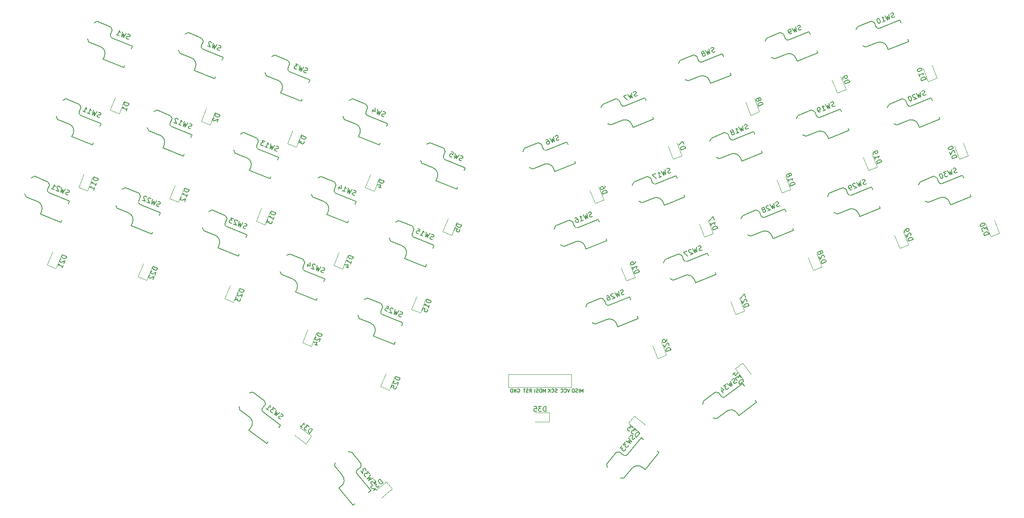
<source format=gbr>
G04 #@! TF.GenerationSoftware,KiCad,Pcbnew,(5.1.9-0-10_14)*
G04 #@! TF.CreationDate,2021-02-04T04:11:51-06:00*
G04 #@! TF.ProjectId,micro_redox_semi_split,6d696372-6f5f-4726-9564-6f785f73656d,rev?*
G04 #@! TF.SameCoordinates,Original*
G04 #@! TF.FileFunction,Legend,Bot*
G04 #@! TF.FilePolarity,Positive*
%FSLAX46Y46*%
G04 Gerber Fmt 4.6, Leading zero omitted, Abs format (unit mm)*
G04 Created by KiCad (PCBNEW (5.1.9-0-10_14)) date 2021-02-04 04:11:51*
%MOMM*%
%LPD*%
G01*
G04 APERTURE LIST*
%ADD10C,0.150000*%
%ADD11C,0.120000*%
G04 APERTURE END LIST*
D10*
X210601745Y-63723376D02*
X210414442Y-63259784D01*
X200210818Y-60695400D02*
X202992370Y-59571581D01*
X199934530Y-61346296D02*
X200210818Y-60695400D01*
X201896548Y-64867728D02*
X204214507Y-63931211D01*
X209065858Y-59921922D02*
X208841094Y-59365612D01*
X201245653Y-64591439D02*
X201896548Y-64867728D01*
X208841094Y-59365612D02*
X204668767Y-61051342D01*
X204017872Y-60775053D02*
X203643265Y-59847869D01*
X202992370Y-59571581D02*
X203643265Y-59847869D01*
X206429418Y-65409106D02*
X210601745Y-63723376D01*
X206167193Y-64760077D02*
X206429418Y-65409106D01*
X204214507Y-63931211D02*
G75*
G02*
X206167193Y-64760077I561910J-1390776D01*
G01*
X204668766Y-61051341D02*
G75*
G02*
X204017872Y-60775053I-187303J463591D01*
G01*
D11*
X154212841Y-113284811D02*
X141452841Y-113284811D01*
X141452841Y-113284811D02*
X141452841Y-115944811D01*
X141452841Y-115944811D02*
X154212841Y-115944811D01*
X154212841Y-115944811D02*
X154212841Y-113284811D01*
D10*
X191835095Y-118967742D02*
X191534188Y-118568424D01*
X181014533Y-118732311D02*
X183410439Y-116926866D01*
X180916122Y-119432537D02*
X181014533Y-118732311D01*
X183722700Y-122326171D02*
X185719289Y-120821634D01*
X189367653Y-115693336D02*
X189006564Y-115214155D01*
X183022475Y-122227761D02*
X183722700Y-122326171D01*
X189006564Y-115214155D02*
X185412705Y-117922322D01*
X184712479Y-117823912D02*
X184110664Y-117025277D01*
X183410439Y-116926866D02*
X184110664Y-117025277D01*
X188241235Y-121675909D02*
X191835095Y-118967742D01*
X187819965Y-121116864D02*
X188241235Y-121675909D01*
X185719288Y-120821633D02*
G75*
G02*
X187819965Y-121116864I902723J-1197954D01*
G01*
X185412704Y-117922323D02*
G75*
G02*
X184712479Y-117823912I-300907J399318D01*
G01*
X172027476Y-129198908D02*
X171641663Y-128880868D01*
X161450926Y-131495992D02*
X163359161Y-129181119D01*
X161518699Y-132199844D02*
X161450926Y-131495992D01*
X164923237Y-134358344D02*
X166513432Y-132429283D01*
X168863815Y-126590987D02*
X168400840Y-126209340D01*
X164219385Y-134426118D02*
X164923237Y-134358344D01*
X168400840Y-126209340D02*
X165538488Y-129681651D01*
X164834637Y-129749424D02*
X164063012Y-129113346D01*
X163359161Y-129181119D02*
X164063012Y-129113346D01*
X169165124Y-132671218D02*
X172027476Y-129198908D01*
X168624986Y-132225963D02*
X169165124Y-132671218D01*
X166513432Y-132429283D02*
G75*
G02*
X168624986Y-132225963I1157437J-954117D01*
G01*
X165538489Y-129681650D02*
G75*
G02*
X164834637Y-129749424I-385813J318039D01*
G01*
X109826353Y-139938155D02*
X110212166Y-139620116D01*
X109589573Y-129117622D02*
X111497808Y-131432495D01*
X108885722Y-129049849D02*
X109589573Y-129117622D01*
X106117263Y-131979974D02*
X107707458Y-133909035D01*
X112990014Y-137330234D02*
X113452989Y-136948587D01*
X106185036Y-131276122D02*
X106117263Y-131979974D01*
X113452989Y-136948587D02*
X110590637Y-133476276D01*
X110658410Y-132772425D02*
X111430035Y-132136347D01*
X111497808Y-131432495D02*
X111430035Y-132136347D01*
X106964001Y-136465844D02*
X109826353Y-139938155D01*
X107504139Y-136020589D02*
X106964001Y-136465844D01*
X107707458Y-133909034D02*
G75*
G02*
X107504139Y-136020589I-1157437J-954118D01*
G01*
X110590637Y-133476276D02*
G75*
G02*
X110658410Y-132772425I385812J318039D01*
G01*
X92294536Y-127393149D02*
X92595444Y-126993831D01*
X89538295Y-116926863D02*
X91934201Y-118732308D01*
X88838070Y-117025274D02*
X89538295Y-116926863D01*
X86830127Y-120520723D02*
X88826716Y-122025261D01*
X94761978Y-124118743D02*
X95123067Y-123639562D01*
X86731717Y-119820498D02*
X86830127Y-120520723D01*
X95123067Y-123639562D02*
X91529207Y-120931394D01*
X91430797Y-120231169D02*
X92032612Y-119432534D01*
X91934201Y-118732308D02*
X92032612Y-119432534D01*
X88700676Y-124684981D02*
X92294536Y-127393149D01*
X89121947Y-124125936D02*
X88700676Y-124684981D01*
X88826716Y-122025261D02*
G75*
G02*
X89121947Y-124125936I-902722J-1197953D01*
G01*
X91529206Y-120931394D02*
G75*
G02*
X91430797Y-120231169I300908J399317D01*
G01*
X235430243Y-77185375D02*
X235242940Y-76721783D01*
X225039316Y-74157399D02*
X227820868Y-73033580D01*
X224763028Y-74808295D02*
X225039316Y-74157399D01*
X226725046Y-78329727D02*
X229043005Y-77393210D01*
X233894356Y-73383921D02*
X233669592Y-72827611D01*
X226074151Y-78053438D02*
X226725046Y-78329727D01*
X233669592Y-72827611D02*
X229497265Y-74513341D01*
X228846370Y-74237052D02*
X228471763Y-73309868D01*
X227820868Y-73033580D02*
X228471763Y-73309868D01*
X231257916Y-78871105D02*
X235430243Y-77185375D01*
X230995691Y-78222076D02*
X231257916Y-78871105D01*
X229043005Y-77393210D02*
G75*
G02*
X230995691Y-78222076I561910J-1390776D01*
G01*
X229497264Y-74513340D02*
G75*
G02*
X228846370Y-74237052I-187303J463591D01*
G01*
X216951742Y-79534878D02*
X216764439Y-79071286D01*
X206560815Y-76506902D02*
X209342367Y-75383083D01*
X206284527Y-77157798D02*
X206560815Y-76506902D01*
X208246545Y-80679230D02*
X210564504Y-79742713D01*
X215415855Y-75733424D02*
X215191091Y-75177114D01*
X207595650Y-80402941D02*
X208246545Y-80679230D01*
X215191091Y-75177114D02*
X211018764Y-76862844D01*
X210367869Y-76586555D02*
X209993262Y-75659371D01*
X209342367Y-75383083D02*
X209993262Y-75659371D01*
X212779415Y-81220608D02*
X216951742Y-79534878D01*
X212517190Y-80571579D02*
X212779415Y-81220608D01*
X210564504Y-79742713D02*
G75*
G02*
X212517190Y-80571579I561910J-1390776D01*
G01*
X211018763Y-76862843D02*
G75*
G02*
X210367869Y-76586555I-187303J463591D01*
G01*
X199362244Y-84043376D02*
X199174941Y-83579784D01*
X188971317Y-81015400D02*
X191752869Y-79891581D01*
X188695029Y-81666296D02*
X188971317Y-81015400D01*
X190657047Y-85187728D02*
X192975006Y-84251211D01*
X197826357Y-80241922D02*
X197601593Y-79685612D01*
X190006152Y-84911439D02*
X190657047Y-85187728D01*
X197601593Y-79685612D02*
X193429266Y-81371342D01*
X192778371Y-81095053D02*
X192403764Y-80167869D01*
X191752869Y-79891581D02*
X192403764Y-80167869D01*
X195189917Y-85729106D02*
X199362244Y-84043376D01*
X194927692Y-85080077D02*
X195189917Y-85729106D01*
X192975006Y-84251211D02*
G75*
G02*
X194927692Y-85080077I561910J-1390776D01*
G01*
X193429265Y-81371341D02*
G75*
G02*
X192778371Y-81095053I-187303J463591D01*
G01*
X183614243Y-92996880D02*
X183426940Y-92533288D01*
X173223316Y-89968904D02*
X176004868Y-88845085D01*
X172947028Y-90619800D02*
X173223316Y-89968904D01*
X174909046Y-94141232D02*
X177227005Y-93204715D01*
X182078356Y-89195426D02*
X181853592Y-88639116D01*
X174258151Y-93864943D02*
X174909046Y-94141232D01*
X181853592Y-88639116D02*
X177681265Y-90324846D01*
X177030370Y-90048557D02*
X176655763Y-89121373D01*
X176004868Y-88845085D02*
X176655763Y-89121373D01*
X179441916Y-94682610D02*
X183614243Y-92996880D01*
X179179691Y-94033581D02*
X179441916Y-94682610D01*
X177227005Y-93204715D02*
G75*
G02*
X179179691Y-94033581I561910J-1390776D01*
G01*
X177681264Y-90324845D02*
G75*
G02*
X177030370Y-90048557I-187303J463591D01*
G01*
X167802744Y-101950375D02*
X167615441Y-101486783D01*
X157411817Y-98922399D02*
X160193369Y-97798580D01*
X157135529Y-99573295D02*
X157411817Y-98922399D01*
X159097547Y-103094727D02*
X161415506Y-102158210D01*
X166266857Y-98148921D02*
X166042093Y-97592611D01*
X158446652Y-102818438D02*
X159097547Y-103094727D01*
X166042093Y-97592611D02*
X161869766Y-99278341D01*
X161218871Y-99002052D02*
X160844264Y-98074868D01*
X160193369Y-97798580D02*
X160844264Y-98074868D01*
X163630417Y-103636105D02*
X167802744Y-101950375D01*
X163368192Y-102987076D02*
X163630417Y-103636105D01*
X161415506Y-102158210D02*
G75*
G02*
X163368192Y-102987076I561910J-1390776D01*
G01*
X161869765Y-99278340D02*
G75*
G02*
X161218871Y-99002052I-187303J463591D01*
G01*
X118190067Y-107194868D02*
X118377370Y-106731276D01*
X112818868Y-97798581D02*
X115600420Y-98922400D01*
X112167973Y-98074869D02*
X112818868Y-97798581D01*
X111133139Y-101970908D02*
X113451098Y-102907424D01*
X119725954Y-103393415D02*
X119950718Y-102837104D01*
X110856850Y-101320013D02*
X111133139Y-101970908D01*
X119950718Y-102837104D02*
X115778391Y-101151375D01*
X115502102Y-100500479D02*
X115876708Y-99573296D01*
X115600420Y-98922400D02*
X115876708Y-99573296D01*
X114017740Y-105509139D02*
X118190067Y-107194868D01*
X114279964Y-104860110D02*
X114017740Y-105509139D01*
X113451098Y-102907424D02*
G75*
G02*
X114279964Y-104860110I-561910J-1390776D01*
G01*
X115778390Y-101151375D02*
G75*
G02*
X115502102Y-100500479I187304J463592D01*
G01*
X102378565Y-98241366D02*
X102565868Y-97777774D01*
X97007366Y-88845079D02*
X99788918Y-89968898D01*
X96356471Y-89121367D02*
X97007366Y-88845079D01*
X95321637Y-93017406D02*
X97639596Y-93953922D01*
X103914452Y-94439913D02*
X104139216Y-93883602D01*
X95045348Y-92366511D02*
X95321637Y-93017406D01*
X104139216Y-93883602D02*
X99966889Y-92197873D01*
X99690600Y-91546977D02*
X100065206Y-90619794D01*
X99788918Y-89968898D02*
X100065206Y-90619794D01*
X98206238Y-96555637D02*
X102378565Y-98241366D01*
X98468462Y-95906608D02*
X98206238Y-96555637D01*
X97639596Y-93953922D02*
G75*
G02*
X98468462Y-95906608I-561910J-1390776D01*
G01*
X99966888Y-92197873D02*
G75*
G02*
X99690600Y-91546977I187304J463592D01*
G01*
X86567065Y-89287867D02*
X86754368Y-88824275D01*
X81195866Y-79891580D02*
X83977418Y-81015399D01*
X80544971Y-80167868D02*
X81195866Y-79891580D01*
X79510137Y-84063907D02*
X81828096Y-85000423D01*
X88102952Y-85486414D02*
X88327716Y-84930103D01*
X79233848Y-83413012D02*
X79510137Y-84063907D01*
X88327716Y-84930103D02*
X84155389Y-83244374D01*
X83879100Y-82593478D02*
X84253706Y-81666295D01*
X83977418Y-81015399D02*
X84253706Y-81666295D01*
X82394738Y-87602138D02*
X86567065Y-89287867D01*
X82656962Y-86953109D02*
X82394738Y-87602138D01*
X81828096Y-85000423D02*
G75*
G02*
X82656962Y-86953109I-561910J-1390776D01*
G01*
X84155388Y-83244374D02*
G75*
G02*
X83879100Y-82593478I187304J463592D01*
G01*
X68977568Y-84779370D02*
X69164871Y-84315778D01*
X63606369Y-75383083D02*
X66387921Y-76506902D01*
X62955474Y-75659371D02*
X63606369Y-75383083D01*
X61920640Y-79555410D02*
X64238599Y-80491926D01*
X70513455Y-80977917D02*
X70738219Y-80421606D01*
X61644351Y-78904515D02*
X61920640Y-79555410D01*
X70738219Y-80421606D02*
X66565892Y-78735877D01*
X66289603Y-78084981D02*
X66664209Y-77157798D01*
X66387921Y-76506902D02*
X66664209Y-77157798D01*
X64805241Y-83093641D02*
X68977568Y-84779370D01*
X65067465Y-82444612D02*
X64805241Y-83093641D01*
X64238599Y-80491926D02*
G75*
G02*
X65067465Y-82444612I-561910J-1390776D01*
G01*
X66565891Y-78735877D02*
G75*
G02*
X66289603Y-78084981I187304J463592D01*
G01*
X50499061Y-82429873D02*
X50686364Y-81966281D01*
X45127862Y-73033586D02*
X47909414Y-74157405D01*
X44476967Y-73309874D02*
X45127862Y-73033586D01*
X43442133Y-77205913D02*
X45760092Y-78142429D01*
X52034948Y-78628420D02*
X52259712Y-78072109D01*
X43165844Y-76555018D02*
X43442133Y-77205913D01*
X52259712Y-78072109D02*
X48087385Y-76386380D01*
X47811096Y-75735484D02*
X48185702Y-74808301D01*
X47909414Y-74157405D02*
X48185702Y-74808301D01*
X46326734Y-80744144D02*
X50499061Y-82429873D01*
X46588958Y-80095115D02*
X46326734Y-80744144D01*
X45760092Y-78142429D02*
G75*
G02*
X46588958Y-80095115I-561910J-1390776D01*
G01*
X48087384Y-76386380D02*
G75*
G02*
X47811096Y-75735484I187304J463592D01*
G01*
X229080245Y-61437374D02*
X228892942Y-60973782D01*
X218689318Y-58409398D02*
X221470870Y-57285579D01*
X218413030Y-59060294D02*
X218689318Y-58409398D01*
X220375048Y-62581726D02*
X222693007Y-61645209D01*
X227544358Y-57635920D02*
X227319594Y-57079610D01*
X219724153Y-62305437D02*
X220375048Y-62581726D01*
X227319594Y-57079610D02*
X223147267Y-58765340D01*
X222496372Y-58489051D02*
X222121765Y-57561867D01*
X221470870Y-57285579D02*
X222121765Y-57561867D01*
X224907918Y-63123104D02*
X229080245Y-61437374D01*
X224645693Y-62474075D02*
X224907918Y-63123104D01*
X222693007Y-61645209D02*
G75*
G02*
X224645693Y-62474075I561910J-1390776D01*
G01*
X223147266Y-58765339D02*
G75*
G02*
X222496372Y-58489051I-187303J463591D01*
G01*
X193012244Y-68295377D02*
X192824941Y-67831785D01*
X182621317Y-65267401D02*
X185402869Y-64143582D01*
X182345029Y-65918297D02*
X182621317Y-65267401D01*
X184307047Y-69439729D02*
X186625006Y-68503212D01*
X191476357Y-64493923D02*
X191251593Y-63937613D01*
X183656152Y-69163440D02*
X184307047Y-69439729D01*
X191251593Y-63937613D02*
X187079266Y-65623343D01*
X186428371Y-65347054D02*
X186053764Y-64419870D01*
X185402869Y-64143582D02*
X186053764Y-64419870D01*
X188839917Y-69981107D02*
X193012244Y-68295377D01*
X188577692Y-69332078D02*
X188839917Y-69981107D01*
X186625006Y-68503212D02*
G75*
G02*
X188577692Y-69332078I561910J-1390776D01*
G01*
X187079265Y-65623342D02*
G75*
G02*
X186428371Y-65347054I-187303J463591D01*
G01*
X177264244Y-77248879D02*
X177076941Y-76785287D01*
X166873317Y-74220903D02*
X169654869Y-73097084D01*
X166597029Y-74871799D02*
X166873317Y-74220903D01*
X168559047Y-78393231D02*
X170877006Y-77456714D01*
X175728357Y-73447425D02*
X175503593Y-72891115D01*
X167908152Y-78116942D02*
X168559047Y-78393231D01*
X175503593Y-72891115D02*
X171331266Y-74576845D01*
X170680371Y-74300556D02*
X170305764Y-73373372D01*
X169654869Y-73097084D02*
X170305764Y-73373372D01*
X173091917Y-78934609D02*
X177264244Y-77248879D01*
X172829692Y-78285580D02*
X173091917Y-78934609D01*
X170877006Y-77456714D02*
G75*
G02*
X172829692Y-78285580I561910J-1390776D01*
G01*
X171331265Y-74576844D02*
G75*
G02*
X170680371Y-74300556I-187303J463591D01*
G01*
X161389240Y-86138879D02*
X161201937Y-85675287D01*
X150998313Y-83110903D02*
X153779865Y-81987084D01*
X150722025Y-83761799D02*
X150998313Y-83110903D01*
X152684043Y-87283231D02*
X155002002Y-86346714D01*
X159853353Y-82337425D02*
X159628589Y-81781115D01*
X152033148Y-87006942D02*
X152684043Y-87283231D01*
X159628589Y-81781115D02*
X155456262Y-83466845D01*
X154805367Y-83190556D02*
X154430760Y-82263372D01*
X153779865Y-81987084D02*
X154430760Y-82263372D01*
X157216913Y-87824609D02*
X161389240Y-86138879D01*
X156954688Y-87175580D02*
X157216913Y-87824609D01*
X155002002Y-86346714D02*
G75*
G02*
X156954688Y-87175580I561910J-1390776D01*
G01*
X155456261Y-83466844D02*
G75*
G02*
X154805367Y-83190556I-187303J463591D01*
G01*
X124540064Y-91446872D02*
X124727367Y-90983280D01*
X119168865Y-82050585D02*
X121950417Y-83174404D01*
X118517970Y-82326873D02*
X119168865Y-82050585D01*
X117483136Y-86222912D02*
X119801095Y-87159428D01*
X126075951Y-87645419D02*
X126300715Y-87089108D01*
X117206847Y-85572017D02*
X117483136Y-86222912D01*
X126300715Y-87089108D02*
X122128388Y-85403379D01*
X121852099Y-84752483D02*
X122226705Y-83825300D01*
X121950417Y-83174404D02*
X122226705Y-83825300D01*
X120367737Y-89761143D02*
X124540064Y-91446872D01*
X120629961Y-89112114D02*
X120367737Y-89761143D01*
X119801095Y-87159428D02*
G75*
G02*
X120629961Y-89112114I-561910J-1390776D01*
G01*
X122128387Y-85403379D02*
G75*
G02*
X121852099Y-84752483I187304J463592D01*
G01*
X108728563Y-82493370D02*
X108915866Y-82029778D01*
X103357364Y-73097083D02*
X106138916Y-74220902D01*
X102706469Y-73373371D02*
X103357364Y-73097083D01*
X101671635Y-77269410D02*
X103989594Y-78205926D01*
X110264450Y-78691917D02*
X110489214Y-78135606D01*
X101395346Y-76618515D02*
X101671635Y-77269410D01*
X110489214Y-78135606D02*
X106316887Y-76449877D01*
X106040598Y-75798981D02*
X106415204Y-74871798D01*
X106138916Y-74220902D02*
X106415204Y-74871798D01*
X104556236Y-80807641D02*
X108728563Y-82493370D01*
X104818460Y-80158612D02*
X104556236Y-80807641D01*
X103989594Y-78205926D02*
G75*
G02*
X104818460Y-80158612I-561910J-1390776D01*
G01*
X106316886Y-76449877D02*
G75*
G02*
X106040598Y-75798981I187304J463592D01*
G01*
X92980564Y-73539867D02*
X93167867Y-73076275D01*
X87609365Y-64143580D02*
X90390917Y-65267399D01*
X86958470Y-64419868D02*
X87609365Y-64143580D01*
X85923636Y-68315907D02*
X88241595Y-69252423D01*
X94516451Y-69738414D02*
X94741215Y-69182103D01*
X85647347Y-67665012D02*
X85923636Y-68315907D01*
X94741215Y-69182103D02*
X90568888Y-67496374D01*
X90292599Y-66845478D02*
X90667205Y-65918295D01*
X90390917Y-65267399D02*
X90667205Y-65918295D01*
X88808237Y-71854138D02*
X92980564Y-73539867D01*
X89070461Y-71205109D02*
X88808237Y-71854138D01*
X88241595Y-69252423D02*
G75*
G02*
X89070461Y-71205109I-561910J-1390776D01*
G01*
X90568887Y-67496374D02*
G75*
G02*
X90292599Y-66845478I187304J463592D01*
G01*
X75391064Y-68967867D02*
X75578367Y-68504275D01*
X70019865Y-59571580D02*
X72801417Y-60695399D01*
X69368970Y-59847868D02*
X70019865Y-59571580D01*
X68334136Y-63743907D02*
X70652095Y-64680423D01*
X76926951Y-65166414D02*
X77151715Y-64610103D01*
X68057847Y-63093012D02*
X68334136Y-63743907D01*
X77151715Y-64610103D02*
X72979388Y-62924374D01*
X72703099Y-62273478D02*
X73077705Y-61346295D01*
X72801417Y-60695399D02*
X73077705Y-61346295D01*
X71218737Y-67282138D02*
X75391064Y-68967867D01*
X71480961Y-66633109D02*
X71218737Y-67282138D01*
X70652095Y-64680423D02*
G75*
G02*
X71480961Y-66633109I-561910J-1390776D01*
G01*
X72979387Y-62924374D02*
G75*
G02*
X72703099Y-62273478I187304J463592D01*
G01*
X56912562Y-66681869D02*
X57099865Y-66218277D01*
X51541363Y-57285582D02*
X54322915Y-58409401D01*
X50890468Y-57561870D02*
X51541363Y-57285582D01*
X49855634Y-61457909D02*
X52173593Y-62394425D01*
X58448449Y-62880416D02*
X58673213Y-62324105D01*
X49579345Y-60807014D02*
X49855634Y-61457909D01*
X58673213Y-62324105D02*
X54500886Y-60638376D01*
X54224597Y-59987480D02*
X54599203Y-59060297D01*
X54322915Y-58409401D02*
X54599203Y-59060297D01*
X52740235Y-64996140D02*
X56912562Y-66681869D01*
X53002459Y-64347111D02*
X52740235Y-64996140D01*
X52173593Y-62394425D02*
G75*
G02*
X53002459Y-64347111I-561910J-1390776D01*
G01*
X54500885Y-60638376D02*
G75*
G02*
X54224597Y-59987480I187304J463592D01*
G01*
X222730242Y-45625874D02*
X222542939Y-45162282D01*
X212339315Y-42597898D02*
X215120867Y-41474079D01*
X212063027Y-43248794D02*
X212339315Y-42597898D01*
X214025045Y-46770226D02*
X216343004Y-45833709D01*
X221194355Y-41824420D02*
X220969591Y-41268110D01*
X213374150Y-46493937D02*
X214025045Y-46770226D01*
X220969591Y-41268110D02*
X216797264Y-42953840D01*
X216146369Y-42677551D02*
X215771762Y-41750367D01*
X215120867Y-41474079D02*
X215771762Y-41750367D01*
X218557915Y-47311604D02*
X222730242Y-45625874D01*
X218295690Y-46662575D02*
X218557915Y-47311604D01*
X216343004Y-45833709D02*
G75*
G02*
X218295690Y-46662575I561910J-1390776D01*
G01*
X216797263Y-42953839D02*
G75*
G02*
X216146369Y-42677551I-187303J463591D01*
G01*
X204251747Y-47975376D02*
X204064444Y-47511784D01*
X193860820Y-44947400D02*
X196642372Y-43823581D01*
X193584532Y-45598296D02*
X193860820Y-44947400D01*
X195546550Y-49119728D02*
X197864509Y-48183211D01*
X202715860Y-44173922D02*
X202491096Y-43617612D01*
X194895655Y-48843439D02*
X195546550Y-49119728D01*
X202491096Y-43617612D02*
X198318769Y-45303342D01*
X197667874Y-45027053D02*
X197293267Y-44099869D01*
X196642372Y-43823581D02*
X197293267Y-44099869D01*
X200079420Y-49661106D02*
X204251747Y-47975376D01*
X199817195Y-49012077D02*
X200079420Y-49661106D01*
X197864509Y-48183211D02*
G75*
G02*
X199817195Y-49012077I561910J-1390776D01*
G01*
X198318768Y-45303341D02*
G75*
G02*
X197667874Y-45027053I-187303J463591D01*
G01*
X186662243Y-52483877D02*
X186474940Y-52020285D01*
X176271316Y-49455901D02*
X179052868Y-48332082D01*
X175995028Y-50106797D02*
X176271316Y-49455901D01*
X177957046Y-53628229D02*
X180275005Y-52691712D01*
X185126356Y-48682423D02*
X184901592Y-48126113D01*
X177306151Y-53351940D02*
X177957046Y-53628229D01*
X184901592Y-48126113D02*
X180729265Y-49811843D01*
X180078370Y-49535554D02*
X179703763Y-48608370D01*
X179052868Y-48332082D02*
X179703763Y-48608370D01*
X182489916Y-54169607D02*
X186662243Y-52483877D01*
X182227691Y-53520578D02*
X182489916Y-54169607D01*
X180275005Y-52691712D02*
G75*
G02*
X182227691Y-53520578I561910J-1390776D01*
G01*
X180729264Y-49811842D02*
G75*
G02*
X180078370Y-49535554I-187303J463591D01*
G01*
X170914243Y-61437378D02*
X170726940Y-60973786D01*
X160523316Y-58409402D02*
X163304868Y-57285583D01*
X160247028Y-59060298D02*
X160523316Y-58409402D01*
X162209046Y-62581730D02*
X164527005Y-61645213D01*
X169378356Y-57635924D02*
X169153592Y-57079614D01*
X161558151Y-62305441D02*
X162209046Y-62581730D01*
X169153592Y-57079614D02*
X164981265Y-58765344D01*
X164330370Y-58489055D02*
X163955763Y-57561871D01*
X163304868Y-57285583D02*
X163955763Y-57561871D01*
X166741916Y-63123108D02*
X170914243Y-61437378D01*
X166479691Y-62474079D02*
X166741916Y-63123108D01*
X164527005Y-61645213D02*
G75*
G02*
X166479691Y-62474079I561910J-1390776D01*
G01*
X164981264Y-58765343D02*
G75*
G02*
X164330370Y-58489055I-187303J463591D01*
G01*
X155039246Y-70390877D02*
X154851943Y-69927285D01*
X144648319Y-67362901D02*
X147429871Y-66239082D01*
X144372031Y-68013797D02*
X144648319Y-67362901D01*
X146334049Y-71535229D02*
X148652008Y-70598712D01*
X153503359Y-66589423D02*
X153278595Y-66033113D01*
X145683154Y-71258940D02*
X146334049Y-71535229D01*
X153278595Y-66033113D02*
X149106268Y-67718843D01*
X148455373Y-67442554D02*
X148080766Y-66515370D01*
X147429871Y-66239082D02*
X148080766Y-66515370D01*
X150866919Y-72076607D02*
X155039246Y-70390877D01*
X150604694Y-71427578D02*
X150866919Y-72076607D01*
X148652008Y-70598712D02*
G75*
G02*
X150604694Y-71427578I561910J-1390776D01*
G01*
X149106267Y-67718842D02*
G75*
G02*
X148455373Y-67442554I-187303J463591D01*
G01*
X130890064Y-75635369D02*
X131077367Y-75171777D01*
X125518865Y-66239082D02*
X128300417Y-67362901D01*
X124867970Y-66515370D02*
X125518865Y-66239082D01*
X123833136Y-70411409D02*
X126151095Y-71347925D01*
X132425951Y-71833916D02*
X132650715Y-71277605D01*
X123556847Y-69760514D02*
X123833136Y-70411409D01*
X132650715Y-71277605D02*
X128478388Y-69591876D01*
X128202099Y-68940980D02*
X128576705Y-68013797D01*
X128300417Y-67362901D02*
X128576705Y-68013797D01*
X126717737Y-73949640D02*
X130890064Y-75635369D01*
X126979961Y-73300611D02*
X126717737Y-73949640D01*
X126151095Y-71347925D02*
G75*
G02*
X126979961Y-73300611I-561910J-1390776D01*
G01*
X128478387Y-69591876D02*
G75*
G02*
X128202099Y-68940980I187304J463592D01*
G01*
X115142063Y-66681868D02*
X115329366Y-66218276D01*
X109770864Y-57285581D02*
X112552416Y-58409400D01*
X109119969Y-57561869D02*
X109770864Y-57285581D01*
X108085135Y-61457908D02*
X110403094Y-62394424D01*
X116677950Y-62880415D02*
X116902714Y-62324104D01*
X107808846Y-60807013D02*
X108085135Y-61457908D01*
X116902714Y-62324104D02*
X112730387Y-60638375D01*
X112454098Y-59987479D02*
X112828704Y-59060296D01*
X112552416Y-58409400D02*
X112828704Y-59060296D01*
X110969736Y-64996139D02*
X115142063Y-66681868D01*
X111231960Y-64347110D02*
X110969736Y-64996139D01*
X110403094Y-62394424D02*
G75*
G02*
X111231960Y-64347110I-561910J-1390776D01*
G01*
X112730386Y-60638375D02*
G75*
G02*
X112454098Y-59987479I187304J463592D01*
G01*
X99330564Y-57791868D02*
X99517867Y-57328276D01*
X93959365Y-48395581D02*
X96740917Y-49519400D01*
X93308470Y-48671869D02*
X93959365Y-48395581D01*
X92273636Y-52567908D02*
X94591595Y-53504424D01*
X100866451Y-53990415D02*
X101091215Y-53434104D01*
X91997347Y-51917013D02*
X92273636Y-52567908D01*
X101091215Y-53434104D02*
X96918888Y-51748375D01*
X96642599Y-51097479D02*
X97017205Y-50170296D01*
X96740917Y-49519400D02*
X97017205Y-50170296D01*
X95158237Y-56106139D02*
X99330564Y-57791868D01*
X95420461Y-55457110D02*
X95158237Y-56106139D01*
X94591595Y-53504424D02*
G75*
G02*
X95420461Y-55457110I-561910J-1390776D01*
G01*
X96918887Y-51748375D02*
G75*
G02*
X96642599Y-51097479I187304J463592D01*
G01*
X81741062Y-53219868D02*
X81928365Y-52756276D01*
X76369863Y-43823581D02*
X79151415Y-44947400D01*
X75718968Y-44099869D02*
X76369863Y-43823581D01*
X74684134Y-47995908D02*
X77002093Y-48932424D01*
X83276949Y-49418415D02*
X83501713Y-48862104D01*
X74407845Y-47345013D02*
X74684134Y-47995908D01*
X83501713Y-48862104D02*
X79329386Y-47176375D01*
X79053097Y-46525479D02*
X79427703Y-45598296D01*
X79151415Y-44947400D02*
X79427703Y-45598296D01*
X77568735Y-51534139D02*
X81741062Y-53219868D01*
X77830959Y-50885110D02*
X77568735Y-51534139D01*
X77002093Y-48932424D02*
G75*
G02*
X77830959Y-50885110I-561910J-1390776D01*
G01*
X79329385Y-47176375D02*
G75*
G02*
X79053097Y-46525479I187304J463592D01*
G01*
X63262564Y-50933867D02*
X63449867Y-50470275D01*
X57891365Y-41537580D02*
X60672917Y-42661399D01*
X57240470Y-41813868D02*
X57891365Y-41537580D01*
X56205636Y-45709907D02*
X58523595Y-46646423D01*
X64798451Y-47132414D02*
X65023215Y-46576103D01*
X55929347Y-45059012D02*
X56205636Y-45709907D01*
X65023215Y-46576103D02*
X60850888Y-44890374D01*
X60574599Y-44239478D02*
X60949205Y-43312295D01*
X60672917Y-42661399D02*
X60949205Y-43312295D01*
X59090237Y-49248138D02*
X63262564Y-50933867D01*
X59352461Y-48599109D02*
X59090237Y-49248138D01*
X58523595Y-46646423D02*
G75*
G02*
X59352461Y-48599109I-561910J-1390776D01*
G01*
X60850887Y-44890374D02*
G75*
G02*
X60574599Y-44239478I187304J463592D01*
G01*
D11*
X146840866Y-121068896D02*
X149700866Y-121068896D01*
X149700866Y-121068896D02*
X149700866Y-122988896D01*
X149700866Y-122988896D02*
X146840866Y-122988896D01*
X189204992Y-114451773D02*
X187483801Y-112167675D01*
X187483801Y-112167675D02*
X189017181Y-111012191D01*
X189017181Y-111012191D02*
X190738372Y-113296288D01*
X168004356Y-125056734D02*
X165797510Y-123237550D01*
X165797510Y-123237550D02*
X167018780Y-121756031D01*
X167018780Y-121756031D02*
X169225627Y-123575215D01*
X114391110Y-136973722D02*
X116597957Y-135154538D01*
X116597957Y-135154538D02*
X117819227Y-136636057D01*
X117819227Y-136636057D02*
X115612381Y-138455241D01*
X99137105Y-124159403D02*
X101421202Y-125880594D01*
X101421202Y-125880594D02*
X100265718Y-127413974D01*
X100265718Y-127413974D02*
X97981620Y-125692783D01*
X240113856Y-81943595D02*
X241185231Y-84595341D01*
X241185231Y-84595341D02*
X239405038Y-85314585D01*
X239405038Y-85314585D02*
X238333663Y-82662839D01*
X221635356Y-84293092D02*
X222706731Y-86944838D01*
X222706731Y-86944838D02*
X220926538Y-87664082D01*
X220926538Y-87664082D02*
X219855163Y-85012336D01*
X204045856Y-88801593D02*
X205117231Y-91453339D01*
X205117231Y-91453339D02*
X203337038Y-92172583D01*
X203337038Y-92172583D02*
X202265663Y-89520837D01*
X188297859Y-97755094D02*
X189369234Y-100406840D01*
X189369234Y-100406840D02*
X187589041Y-101126084D01*
X187589041Y-101126084D02*
X186517666Y-98474338D01*
X172486357Y-106708588D02*
X173557732Y-109360334D01*
X173557732Y-109360334D02*
X171777539Y-110079578D01*
X171777539Y-110079578D02*
X170706164Y-107427832D01*
X118308071Y-113841335D02*
X117236696Y-116493081D01*
X117236696Y-116493081D02*
X115456503Y-115773837D01*
X115456503Y-115773837D02*
X116527878Y-113122091D01*
X102433072Y-104951343D02*
X101361697Y-107603089D01*
X101361697Y-107603089D02*
X99581504Y-106883845D01*
X99581504Y-106883845D02*
X100652879Y-104232099D01*
X86621570Y-95997838D02*
X85550195Y-98649584D01*
X85550195Y-98649584D02*
X83770002Y-97930340D01*
X83770002Y-97930340D02*
X84841377Y-95278594D01*
X69032071Y-91489335D02*
X67960696Y-94141081D01*
X67960696Y-94141081D02*
X66180503Y-93421837D01*
X66180503Y-93421837D02*
X67251878Y-90770091D01*
X50553571Y-89139838D02*
X49482196Y-91791584D01*
X49482196Y-91791584D02*
X47702003Y-91072340D01*
X47702003Y-91072340D02*
X48773378Y-88420594D01*
X233763857Y-66195593D02*
X234835232Y-68847339D01*
X234835232Y-68847339D02*
X233055039Y-69566583D01*
X233055039Y-69566583D02*
X231983664Y-66914837D01*
X215285359Y-68481599D02*
X216356734Y-71133345D01*
X216356734Y-71133345D02*
X214576541Y-71852589D01*
X214576541Y-71852589D02*
X213505166Y-69200843D01*
X197695858Y-73053593D02*
X198767233Y-75705339D01*
X198767233Y-75705339D02*
X196987040Y-76424583D01*
X196987040Y-76424583D02*
X195915665Y-73772837D01*
X181947857Y-82007094D02*
X183019232Y-84658840D01*
X183019232Y-84658840D02*
X181239039Y-85378084D01*
X181239039Y-85378084D02*
X180167664Y-82726338D01*
X166072856Y-90897095D02*
X167144231Y-93548841D01*
X167144231Y-93548841D02*
X165364038Y-94268085D01*
X165364038Y-94268085D02*
X164292663Y-91616339D01*
X124594569Y-98156838D02*
X123523194Y-100808584D01*
X123523194Y-100808584D02*
X121743001Y-100089340D01*
X121743001Y-100089340D02*
X122814376Y-97437594D01*
X108783066Y-89203337D02*
X107711691Y-91855083D01*
X107711691Y-91855083D02*
X105931498Y-91135839D01*
X105931498Y-91135839D02*
X107002873Y-88484093D01*
X93032098Y-80247700D02*
X91960723Y-82899446D01*
X91960723Y-82899446D02*
X90180530Y-82180202D01*
X90180530Y-82180202D02*
X91251905Y-79528456D01*
X75442596Y-75612202D02*
X74371221Y-78263948D01*
X74371221Y-78263948D02*
X72591028Y-77544704D01*
X72591028Y-77544704D02*
X73662403Y-74892958D01*
X56967070Y-73328334D02*
X55895695Y-75980080D01*
X55895695Y-75980080D02*
X54115502Y-75260836D01*
X54115502Y-75260836D02*
X55186877Y-72609090D01*
X227413861Y-50384091D02*
X228485236Y-53035837D01*
X228485236Y-53035837D02*
X226705043Y-53755081D01*
X226705043Y-53755081D02*
X225633668Y-51103335D01*
X208935356Y-52733592D02*
X210006731Y-55385338D01*
X210006731Y-55385338D02*
X208226538Y-56104582D01*
X208226538Y-56104582D02*
X207155163Y-53452836D01*
X191345858Y-57242094D02*
X192417233Y-59893840D01*
X192417233Y-59893840D02*
X190637040Y-60613084D01*
X190637040Y-60613084D02*
X189565665Y-57961338D01*
X175597853Y-66195591D02*
X176669228Y-68847337D01*
X176669228Y-68847337D02*
X174889035Y-69566581D01*
X174889035Y-69566581D02*
X173817660Y-66914835D01*
X159722859Y-75149092D02*
X160794234Y-77800838D01*
X160794234Y-77800838D02*
X159014041Y-78520082D01*
X159014041Y-78520082D02*
X157942666Y-75868336D01*
X130944569Y-82345338D02*
X129873194Y-84997084D01*
X129873194Y-84997084D02*
X128093001Y-84277840D01*
X128093001Y-84277840D02*
X129164376Y-81626094D01*
X115196567Y-73391836D02*
X114125192Y-76043582D01*
X114125192Y-76043582D02*
X112344999Y-75324338D01*
X112344999Y-75324338D02*
X113416374Y-72672592D01*
X99385070Y-64438338D02*
X98313695Y-67090084D01*
X98313695Y-67090084D02*
X96533502Y-66370840D01*
X96533502Y-66370840D02*
X97604877Y-63719094D01*
X81859071Y-59929838D02*
X80787696Y-62581584D01*
X80787696Y-62581584D02*
X79007503Y-61862340D01*
X79007503Y-61862340D02*
X80078878Y-59210594D01*
X63380570Y-57643836D02*
X62309195Y-60295582D01*
X62309195Y-60295582D02*
X60529002Y-59576338D01*
X60529002Y-59576338D02*
X61600377Y-56924592D01*
D10*
X207769585Y-58703560D02*
X207654969Y-58801226D01*
X207434211Y-58890419D01*
X207328069Y-58881944D01*
X207266079Y-58855631D01*
X207186251Y-58785166D01*
X207150574Y-58696863D01*
X207159049Y-58590721D01*
X207185362Y-58528731D01*
X207255827Y-58448902D01*
X207414595Y-58333397D01*
X207485060Y-58253569D01*
X207511373Y-58191579D01*
X207519848Y-58085437D01*
X207484171Y-57997134D01*
X207404342Y-57926669D01*
X207342352Y-57900356D01*
X207236211Y-57891881D01*
X207015453Y-57981073D01*
X206900836Y-58078740D01*
X206573936Y-58159457D02*
X206727785Y-59175833D01*
X206283602Y-58584913D01*
X206374572Y-59318540D01*
X205779207Y-58480549D01*
X205314933Y-59746662D02*
X205844753Y-59532601D01*
X205579843Y-59639632D02*
X205205236Y-58712448D01*
X205347055Y-58809226D01*
X205471035Y-58861852D01*
X205577177Y-58870327D01*
X204873417Y-59925046D02*
X204696811Y-59996400D01*
X204590669Y-59987925D01*
X204528679Y-59961612D01*
X204386861Y-59864834D01*
X204271355Y-59706066D01*
X204128648Y-59352853D01*
X204137123Y-59246711D01*
X204163436Y-59184721D01*
X204233901Y-59104893D01*
X204410507Y-59033539D01*
X204516649Y-59042014D01*
X204578639Y-59068327D01*
X204658468Y-59138792D01*
X204747660Y-59359550D01*
X204739185Y-59465692D01*
X204712872Y-59527682D01*
X204642407Y-59607510D01*
X204465800Y-59678864D01*
X204359659Y-59670389D01*
X204297669Y-59644076D01*
X204217840Y-59573611D01*
X153876174Y-116263477D02*
X153642841Y-116963477D01*
X153409507Y-116263477D01*
X152776174Y-116896811D02*
X152809507Y-116930144D01*
X152909507Y-116963477D01*
X152976174Y-116963477D01*
X153076174Y-116930144D01*
X153142841Y-116863477D01*
X153176174Y-116796811D01*
X153209507Y-116663477D01*
X153209507Y-116563477D01*
X153176174Y-116430144D01*
X153142841Y-116363477D01*
X153076174Y-116296811D01*
X152976174Y-116263477D01*
X152909507Y-116263477D01*
X152809507Y-116296811D01*
X152776174Y-116330144D01*
X152076174Y-116896811D02*
X152109507Y-116930144D01*
X152209507Y-116963477D01*
X152276174Y-116963477D01*
X152376174Y-116930144D01*
X152442841Y-116863477D01*
X152476174Y-116796811D01*
X152509507Y-116663477D01*
X152509507Y-116563477D01*
X152476174Y-116430144D01*
X152442841Y-116363477D01*
X152376174Y-116296811D01*
X152276174Y-116263477D01*
X152209507Y-116263477D01*
X152109507Y-116296811D01*
X152076174Y-116330144D01*
X143316174Y-116296811D02*
X143382841Y-116263477D01*
X143482841Y-116263477D01*
X143582841Y-116296811D01*
X143649507Y-116363477D01*
X143682841Y-116430144D01*
X143716174Y-116563477D01*
X143716174Y-116663477D01*
X143682841Y-116796811D01*
X143649507Y-116863477D01*
X143582841Y-116930144D01*
X143482841Y-116963477D01*
X143416174Y-116963477D01*
X143316174Y-116930144D01*
X143282841Y-116896811D01*
X143282841Y-116663477D01*
X143416174Y-116663477D01*
X142982841Y-116963477D02*
X142982841Y-116263477D01*
X142582841Y-116963477D01*
X142582841Y-116263477D01*
X142249507Y-116963477D02*
X142249507Y-116263477D01*
X142082841Y-116263477D01*
X141982841Y-116296811D01*
X141916174Y-116363477D01*
X141882841Y-116430144D01*
X141849507Y-116563477D01*
X141849507Y-116663477D01*
X141882841Y-116796811D01*
X141916174Y-116863477D01*
X141982841Y-116930144D01*
X142082841Y-116963477D01*
X142249507Y-116963477D01*
X145706174Y-116963477D02*
X145939507Y-116630144D01*
X146106174Y-116963477D02*
X146106174Y-116263477D01*
X145839507Y-116263477D01*
X145772841Y-116296811D01*
X145739507Y-116330144D01*
X145706174Y-116396811D01*
X145706174Y-116496811D01*
X145739507Y-116563477D01*
X145772841Y-116596811D01*
X145839507Y-116630144D01*
X146106174Y-116630144D01*
X145439507Y-116930144D02*
X145339507Y-116963477D01*
X145172841Y-116963477D01*
X145106174Y-116930144D01*
X145072841Y-116896811D01*
X145039507Y-116830144D01*
X145039507Y-116763477D01*
X145072841Y-116696811D01*
X145106174Y-116663477D01*
X145172841Y-116630144D01*
X145306174Y-116596811D01*
X145372841Y-116563477D01*
X145406174Y-116530144D01*
X145439507Y-116463477D01*
X145439507Y-116396811D01*
X145406174Y-116330144D01*
X145372841Y-116296811D01*
X145306174Y-116263477D01*
X145139507Y-116263477D01*
X145039507Y-116296811D01*
X144839507Y-116263477D02*
X144439507Y-116263477D01*
X144639507Y-116963477D02*
X144639507Y-116263477D01*
X156582841Y-116963477D02*
X156582841Y-116263477D01*
X156349507Y-116763477D01*
X156116174Y-116263477D01*
X156116174Y-116963477D01*
X155782841Y-116963477D02*
X155782841Y-116263477D01*
X155482841Y-116930144D02*
X155382841Y-116963477D01*
X155216174Y-116963477D01*
X155149507Y-116930144D01*
X155116174Y-116896811D01*
X155082841Y-116830144D01*
X155082841Y-116763477D01*
X155116174Y-116696811D01*
X155149507Y-116663477D01*
X155216174Y-116630144D01*
X155349507Y-116596811D01*
X155416174Y-116563477D01*
X155449507Y-116530144D01*
X155482841Y-116463477D01*
X155482841Y-116396811D01*
X155449507Y-116330144D01*
X155416174Y-116296811D01*
X155349507Y-116263477D01*
X155182841Y-116263477D01*
X155082841Y-116296811D01*
X154649507Y-116263477D02*
X154516174Y-116263477D01*
X154449507Y-116296811D01*
X154382841Y-116363477D01*
X154349507Y-116496811D01*
X154349507Y-116730144D01*
X154382841Y-116863477D01*
X154449507Y-116930144D01*
X154516174Y-116963477D01*
X154649507Y-116963477D01*
X154716174Y-116930144D01*
X154782841Y-116863477D01*
X154816174Y-116730144D01*
X154816174Y-116496811D01*
X154782841Y-116363477D01*
X154716174Y-116296811D01*
X154649507Y-116263477D01*
X151302841Y-116930144D02*
X151202841Y-116963477D01*
X151036174Y-116963477D01*
X150969507Y-116930144D01*
X150936174Y-116896811D01*
X150902841Y-116830144D01*
X150902841Y-116763477D01*
X150936174Y-116696811D01*
X150969507Y-116663477D01*
X151036174Y-116630144D01*
X151169507Y-116596811D01*
X151236174Y-116563477D01*
X151269507Y-116530144D01*
X151302841Y-116463477D01*
X151302841Y-116396811D01*
X151269507Y-116330144D01*
X151236174Y-116296811D01*
X151169507Y-116263477D01*
X151002841Y-116263477D01*
X150902841Y-116296811D01*
X150202841Y-116896811D02*
X150236174Y-116930144D01*
X150336174Y-116963477D01*
X150402841Y-116963477D01*
X150502841Y-116930144D01*
X150569507Y-116863477D01*
X150602841Y-116796811D01*
X150636174Y-116663477D01*
X150636174Y-116563477D01*
X150602841Y-116430144D01*
X150569507Y-116363477D01*
X150502841Y-116296811D01*
X150402841Y-116263477D01*
X150336174Y-116263477D01*
X150236174Y-116296811D01*
X150202841Y-116330144D01*
X149902841Y-116963477D02*
X149902841Y-116263477D01*
X149502841Y-116963477D02*
X149802841Y-116563477D01*
X149502841Y-116263477D02*
X149902841Y-116663477D01*
X148962841Y-116963477D02*
X148962841Y-116263477D01*
X148729507Y-116763477D01*
X148496174Y-116263477D01*
X148496174Y-116963477D01*
X148029507Y-116263477D02*
X147896174Y-116263477D01*
X147829507Y-116296811D01*
X147762841Y-116363477D01*
X147729507Y-116496811D01*
X147729507Y-116730144D01*
X147762841Y-116863477D01*
X147829507Y-116930144D01*
X147896174Y-116963477D01*
X148029507Y-116963477D01*
X148096174Y-116930144D01*
X148162841Y-116863477D01*
X148196174Y-116730144D01*
X148196174Y-116496811D01*
X148162841Y-116363477D01*
X148096174Y-116296811D01*
X148029507Y-116263477D01*
X147462841Y-116930144D02*
X147362841Y-116963477D01*
X147196174Y-116963477D01*
X147129507Y-116930144D01*
X147096174Y-116896811D01*
X147062841Y-116830144D01*
X147062841Y-116763477D01*
X147096174Y-116696811D01*
X147129507Y-116663477D01*
X147196174Y-116630144D01*
X147329507Y-116596811D01*
X147396174Y-116563477D01*
X147429507Y-116530144D01*
X147462841Y-116463477D01*
X147462841Y-116396811D01*
X147429507Y-116330144D01*
X147396174Y-116296811D01*
X147329507Y-116263477D01*
X147162841Y-116263477D01*
X147062841Y-116296811D01*
X146762841Y-116963477D02*
X146762841Y-116263477D01*
X187800214Y-114851988D02*
X187714781Y-114975992D01*
X187524630Y-115119281D01*
X187419912Y-115138567D01*
X187353224Y-115129194D01*
X187257878Y-115081792D01*
X187200562Y-115005731D01*
X187181276Y-114901013D01*
X187190649Y-114834325D01*
X187238051Y-114738979D01*
X187361515Y-114586317D01*
X187408917Y-114490971D01*
X187418290Y-114424283D01*
X187399004Y-114319564D01*
X187341689Y-114243504D01*
X187246343Y-114196101D01*
X187179654Y-114186729D01*
X187074936Y-114206014D01*
X186884785Y-114349304D01*
X186799352Y-114473307D01*
X186504482Y-114635882D02*
X186916146Y-115577807D01*
X186334157Y-115121984D01*
X186611904Y-115807070D01*
X185819937Y-115151724D01*
X185591756Y-115323671D02*
X185097362Y-115696223D01*
X185592837Y-115799860D01*
X185478746Y-115885834D01*
X185431344Y-115981180D01*
X185421971Y-116047868D01*
X185441257Y-116152586D01*
X185584546Y-116342737D01*
X185679892Y-116390140D01*
X185746580Y-116399512D01*
X185851298Y-116380227D01*
X186079480Y-116208280D01*
X186126883Y-116112934D01*
X186136255Y-116046246D01*
X184613423Y-116478276D02*
X185014633Y-117010700D01*
X184574311Y-116030745D02*
X185194330Y-116457909D01*
X184699937Y-116830462D01*
X167143275Y-126138797D02*
X167089151Y-126279318D01*
X166937704Y-126463038D01*
X166840381Y-126506237D01*
X166773348Y-126512692D01*
X166669570Y-126488857D01*
X166596082Y-126428278D01*
X166552883Y-126330955D01*
X166546429Y-126263921D01*
X166570264Y-126160144D01*
X166654677Y-125982878D01*
X166678512Y-125879101D01*
X166672058Y-125812067D01*
X166628859Y-125714745D01*
X166555371Y-125654166D01*
X166451593Y-125630331D01*
X166384560Y-125636785D01*
X166287237Y-125679984D01*
X166135790Y-125863704D01*
X166081666Y-126004226D01*
X165832896Y-126231144D02*
X166453073Y-127050943D01*
X165780755Y-126743577D01*
X166210757Y-127344895D01*
X165287686Y-126892537D01*
X165105949Y-127113001D02*
X164712186Y-127590673D01*
X165218165Y-127575781D01*
X165127296Y-127686013D01*
X165103461Y-127789790D01*
X165109916Y-127856824D01*
X165153115Y-127954147D01*
X165336835Y-128105594D01*
X165440612Y-128129429D01*
X165507646Y-128122974D01*
X165604969Y-128079776D01*
X165786705Y-127859311D01*
X165810540Y-127755534D01*
X165804086Y-127688500D01*
X164500160Y-127847882D02*
X164106397Y-128325554D01*
X164612376Y-128310661D01*
X164521507Y-128420893D01*
X164497673Y-128524671D01*
X164504127Y-128591704D01*
X164547326Y-128689027D01*
X164731046Y-128840474D01*
X164834823Y-128864309D01*
X164901857Y-128857855D01*
X164999180Y-128814656D01*
X165180916Y-128594192D01*
X165204751Y-128490414D01*
X165198297Y-128423381D01*
X113762190Y-135727588D02*
X113634578Y-135647645D01*
X113483130Y-135463925D01*
X113459296Y-135360148D01*
X113465750Y-135293114D01*
X113508949Y-135195791D01*
X113582437Y-135135212D01*
X113686214Y-135111377D01*
X113753248Y-135117832D01*
X113850571Y-135161031D01*
X114008472Y-135277717D01*
X114105795Y-135320916D01*
X114172829Y-135327370D01*
X114276606Y-135303536D01*
X114350094Y-135242957D01*
X114393293Y-135145634D01*
X114399748Y-135078600D01*
X114375913Y-134974823D01*
X114224466Y-134791103D01*
X114096853Y-134711160D01*
X113921571Y-134423662D02*
X112998499Y-134876021D01*
X113428502Y-134274703D01*
X112756184Y-134582068D01*
X113376361Y-133762270D01*
X113194625Y-133541806D02*
X112800862Y-133064133D01*
X112718936Y-133563657D01*
X112628067Y-133453425D01*
X112530745Y-133410226D01*
X112463711Y-133403772D01*
X112359934Y-133427607D01*
X112176213Y-133579054D01*
X112133015Y-133676377D01*
X112126560Y-133743410D01*
X112150395Y-133847188D01*
X112332132Y-134067652D01*
X112429455Y-134110851D01*
X112496488Y-134117305D01*
X112485058Y-132830760D02*
X112491513Y-132763727D01*
X112467678Y-132659949D01*
X112316231Y-132476229D01*
X112218908Y-132433030D01*
X112151875Y-132426576D01*
X112048097Y-132450411D01*
X111974609Y-132510990D01*
X111894666Y-132638602D01*
X111817211Y-133443003D01*
X111423449Y-132965331D01*
X95138688Y-122380117D02*
X94995939Y-122332174D01*
X94805788Y-122188885D01*
X94758385Y-122093539D01*
X94749013Y-122026851D01*
X94768298Y-121922132D01*
X94825614Y-121846072D01*
X94920960Y-121798669D01*
X94987648Y-121789297D01*
X95092366Y-121808582D01*
X95273145Y-121885183D01*
X95377864Y-121904469D01*
X95444552Y-121895096D01*
X95539898Y-121847694D01*
X95597213Y-121771633D01*
X95616499Y-121666915D01*
X95607126Y-121600227D01*
X95559724Y-121504881D01*
X95369572Y-121361591D01*
X95226824Y-121313648D01*
X94989270Y-121075013D02*
X94197304Y-121730359D01*
X94475050Y-121045274D01*
X93893061Y-121501096D01*
X94304725Y-120559171D01*
X94076544Y-120387224D02*
X93582150Y-120014672D01*
X93619099Y-120519519D01*
X93505008Y-120433546D01*
X93400290Y-120414260D01*
X93333602Y-120423633D01*
X93238256Y-120471035D01*
X93094967Y-120661186D01*
X93075681Y-120765905D01*
X93085054Y-120832593D01*
X93132456Y-120927939D01*
X93360638Y-121099886D01*
X93465356Y-121119172D01*
X93532044Y-121109799D01*
X92219730Y-120240150D02*
X92676093Y-120584045D01*
X92447911Y-120412098D02*
X93049726Y-119613462D01*
X93039813Y-119784869D01*
X93058558Y-119918245D01*
X93105961Y-120013591D01*
X232598083Y-72165559D02*
X232483467Y-72263225D01*
X232262709Y-72352418D01*
X232156567Y-72343943D01*
X232094577Y-72317630D01*
X232014749Y-72247165D01*
X231979072Y-72158862D01*
X231987547Y-72052720D01*
X232013860Y-71990730D01*
X232084325Y-71910901D01*
X232243093Y-71795396D01*
X232313558Y-71715568D01*
X232339871Y-71653578D01*
X232348346Y-71547436D01*
X232312669Y-71459133D01*
X232232840Y-71388668D01*
X232170850Y-71362355D01*
X232064709Y-71353880D01*
X231843951Y-71443072D01*
X231729334Y-71540739D01*
X231402434Y-71621456D02*
X231556283Y-72637832D01*
X231112100Y-72046912D01*
X231203070Y-72780539D01*
X230607705Y-71942548D01*
X230342796Y-72049578D02*
X229768825Y-72281477D01*
X230220593Y-72509821D01*
X230088138Y-72563337D01*
X230017674Y-72643165D01*
X229991360Y-72705155D01*
X229982886Y-72811297D01*
X230072078Y-73032055D01*
X230151906Y-73102520D01*
X230213896Y-73128833D01*
X230320038Y-73137308D01*
X230584947Y-73030277D01*
X230655412Y-72950449D01*
X230681726Y-72888459D01*
X229194854Y-72513377D02*
X229106551Y-72549053D01*
X229036086Y-72628882D01*
X229009773Y-72690872D01*
X229001298Y-72797014D01*
X229028500Y-72991458D01*
X229117692Y-73212216D01*
X229233197Y-73370985D01*
X229313026Y-73441449D01*
X229375016Y-73467763D01*
X229481157Y-73476237D01*
X229569460Y-73440561D01*
X229639925Y-73360732D01*
X229666238Y-73298742D01*
X229674713Y-73192600D01*
X229647511Y-72998156D01*
X229558319Y-72777397D01*
X229442814Y-72618629D01*
X229362985Y-72548165D01*
X229300995Y-72521851D01*
X229194854Y-72513377D01*
X214119582Y-74515062D02*
X214004966Y-74612728D01*
X213784208Y-74701921D01*
X213678066Y-74693446D01*
X213616076Y-74667133D01*
X213536248Y-74596668D01*
X213500571Y-74508365D01*
X213509046Y-74402223D01*
X213535359Y-74340233D01*
X213605824Y-74260404D01*
X213764592Y-74144899D01*
X213835057Y-74065071D01*
X213861370Y-74003081D01*
X213869845Y-73896939D01*
X213834168Y-73808636D01*
X213754339Y-73738171D01*
X213692349Y-73711858D01*
X213586208Y-73703383D01*
X213365450Y-73792575D01*
X213250833Y-73890242D01*
X212923933Y-73970959D02*
X213077782Y-74987335D01*
X212633599Y-74396415D01*
X212724569Y-75130042D01*
X212129204Y-74292051D01*
X211855820Y-74505223D02*
X211793830Y-74478909D01*
X211687688Y-74470435D01*
X211466930Y-74559627D01*
X211396465Y-74639455D01*
X211370152Y-74701445D01*
X211361677Y-74807587D01*
X211397354Y-74895890D01*
X211495021Y-75010506D01*
X212238901Y-75326265D01*
X211664930Y-75558164D01*
X211223414Y-75736548D02*
X211046808Y-75807902D01*
X210940666Y-75799427D01*
X210878676Y-75773114D01*
X210736858Y-75676336D01*
X210621352Y-75517568D01*
X210478645Y-75164355D01*
X210487120Y-75058213D01*
X210513433Y-74996223D01*
X210583898Y-74916395D01*
X210760504Y-74845041D01*
X210866646Y-74853516D01*
X210928636Y-74879829D01*
X211008465Y-74950294D01*
X211097657Y-75171052D01*
X211089182Y-75277194D01*
X211062869Y-75339184D01*
X210992404Y-75419012D01*
X210815797Y-75490366D01*
X210709656Y-75481891D01*
X210647666Y-75455578D01*
X210567837Y-75385113D01*
X196530084Y-79023560D02*
X196415468Y-79121226D01*
X196194710Y-79210419D01*
X196088568Y-79201944D01*
X196026578Y-79175631D01*
X195946750Y-79105166D01*
X195911073Y-79016863D01*
X195919548Y-78910721D01*
X195945861Y-78848731D01*
X196016326Y-78768902D01*
X196175094Y-78653397D01*
X196245559Y-78573569D01*
X196271872Y-78511579D01*
X196280347Y-78405437D01*
X196244670Y-78317134D01*
X196164841Y-78246669D01*
X196102851Y-78220356D01*
X195996710Y-78211881D01*
X195775952Y-78301073D01*
X195661335Y-78398740D01*
X195334435Y-78479457D02*
X195488284Y-79495833D01*
X195044101Y-78904913D01*
X195135071Y-79638540D01*
X194539706Y-78800549D01*
X194266322Y-79013721D02*
X194204332Y-78987407D01*
X194098190Y-78978933D01*
X193877432Y-79068125D01*
X193806967Y-79147953D01*
X193780654Y-79209943D01*
X193772179Y-79316085D01*
X193807856Y-79404388D01*
X193905523Y-79519004D01*
X194649403Y-79834763D01*
X194075432Y-80066662D01*
X193331552Y-79750904D02*
X193402017Y-79671075D01*
X193428330Y-79609085D01*
X193436805Y-79502944D01*
X193418967Y-79458792D01*
X193339138Y-79388327D01*
X193277148Y-79362014D01*
X193171006Y-79353539D01*
X192994400Y-79424893D01*
X192923935Y-79504721D01*
X192897622Y-79566711D01*
X192889147Y-79672853D01*
X192906986Y-79717005D01*
X192986814Y-79787469D01*
X193048804Y-79813783D01*
X193154946Y-79822257D01*
X193331552Y-79750904D01*
X193437694Y-79759379D01*
X193499684Y-79785692D01*
X193579512Y-79856157D01*
X193650866Y-80032763D01*
X193642391Y-80138905D01*
X193616078Y-80200895D01*
X193545613Y-80280723D01*
X193369007Y-80352077D01*
X193262865Y-80343602D01*
X193200875Y-80317289D01*
X193121046Y-80246824D01*
X193049693Y-80070217D01*
X193058168Y-79964076D01*
X193084481Y-79902086D01*
X193154946Y-79822257D01*
X180782083Y-87977064D02*
X180667467Y-88074730D01*
X180446709Y-88163923D01*
X180340567Y-88155448D01*
X180278577Y-88129135D01*
X180198749Y-88058670D01*
X180163072Y-87970367D01*
X180171547Y-87864225D01*
X180197860Y-87802235D01*
X180268325Y-87722406D01*
X180427093Y-87606901D01*
X180497558Y-87527073D01*
X180523871Y-87465083D01*
X180532346Y-87358941D01*
X180496669Y-87270638D01*
X180416840Y-87200173D01*
X180354850Y-87173860D01*
X180248709Y-87165385D01*
X180027951Y-87254577D01*
X179913334Y-87352244D01*
X179586434Y-87432961D02*
X179740283Y-88449337D01*
X179296100Y-87858417D01*
X179387070Y-88592044D01*
X178791705Y-87754053D01*
X178518321Y-87967225D02*
X178456331Y-87940911D01*
X178350189Y-87932437D01*
X178129431Y-88021629D01*
X178058966Y-88101457D01*
X178032653Y-88163447D01*
X178024178Y-88269589D01*
X178059855Y-88357892D01*
X178157522Y-88472508D01*
X178901402Y-88788267D01*
X178327431Y-89020166D01*
X177643763Y-88217851D02*
X177025641Y-88467589D01*
X177797612Y-89234227D01*
X164970584Y-96930559D02*
X164855968Y-97028225D01*
X164635210Y-97117418D01*
X164529068Y-97108943D01*
X164467078Y-97082630D01*
X164387250Y-97012165D01*
X164351573Y-96923862D01*
X164360048Y-96817720D01*
X164386361Y-96755730D01*
X164456826Y-96675901D01*
X164615594Y-96560396D01*
X164686059Y-96480568D01*
X164712372Y-96418578D01*
X164720847Y-96312436D01*
X164685170Y-96224133D01*
X164605341Y-96153668D01*
X164543351Y-96127355D01*
X164437210Y-96118880D01*
X164216452Y-96208072D01*
X164101835Y-96305739D01*
X163774935Y-96386456D02*
X163928784Y-97402832D01*
X163484601Y-96811912D01*
X163575571Y-97545539D01*
X162980206Y-96707548D01*
X162706822Y-96920720D02*
X162644832Y-96894406D01*
X162538690Y-96885932D01*
X162317932Y-96975124D01*
X162247467Y-97054952D01*
X162221154Y-97116942D01*
X162212679Y-97223084D01*
X162248356Y-97311387D01*
X162346023Y-97426003D01*
X163089903Y-97741762D01*
X162515932Y-97973661D01*
X161346597Y-97367569D02*
X161523203Y-97296215D01*
X161629345Y-97304690D01*
X161691335Y-97331003D01*
X161833153Y-97427781D01*
X161948659Y-97586549D01*
X162091366Y-97939762D01*
X162082891Y-98045904D01*
X162056578Y-98107894D01*
X161986113Y-98187722D01*
X161809507Y-98259076D01*
X161703365Y-98250601D01*
X161641375Y-98224288D01*
X161561546Y-98153823D01*
X161472354Y-97933065D01*
X161480829Y-97826923D01*
X161507142Y-97764933D01*
X161577607Y-97685105D01*
X161754214Y-97613751D01*
X161860355Y-97622226D01*
X161922345Y-97648539D01*
X162002174Y-97719004D01*
X119639838Y-101616531D02*
X119489545Y-101607167D01*
X119268787Y-101517975D01*
X119198322Y-101438147D01*
X119172009Y-101376157D01*
X119163534Y-101270015D01*
X119199211Y-101181712D01*
X119279039Y-101111247D01*
X119341029Y-101084934D01*
X119447171Y-101076459D01*
X119641616Y-101103661D01*
X119747758Y-101095186D01*
X119809748Y-101068873D01*
X119889576Y-100998408D01*
X119925253Y-100910105D01*
X119916778Y-100803963D01*
X119890465Y-100741973D01*
X119820000Y-100662145D01*
X119599242Y-100572953D01*
X119448949Y-100563589D01*
X119157726Y-100394569D02*
X118562361Y-101232561D01*
X118653331Y-100498933D01*
X118209148Y-101089853D01*
X118362997Y-100073477D01*
X118018259Y-100036912D02*
X117991946Y-99974922D01*
X117921481Y-99895093D01*
X117700723Y-99805901D01*
X117594581Y-99814376D01*
X117532591Y-99840689D01*
X117452763Y-99911154D01*
X117417086Y-99999457D01*
X117407722Y-100149751D01*
X117723481Y-100893631D01*
X117149510Y-100661731D01*
X116685236Y-99395618D02*
X117126752Y-99574002D01*
X116992519Y-100033356D01*
X116966206Y-99971366D01*
X116895741Y-99891538D01*
X116674983Y-99802346D01*
X116568841Y-99810821D01*
X116506851Y-99837134D01*
X116427023Y-99907599D01*
X116337831Y-100128357D01*
X116346306Y-100234498D01*
X116372619Y-100296488D01*
X116443084Y-100376317D01*
X116663842Y-100465509D01*
X116769983Y-100457034D01*
X116831974Y-100430721D01*
X103828336Y-92663029D02*
X103678043Y-92653665D01*
X103457285Y-92564473D01*
X103386820Y-92484645D01*
X103360507Y-92422655D01*
X103352032Y-92316513D01*
X103387709Y-92228210D01*
X103467537Y-92157745D01*
X103529527Y-92131432D01*
X103635669Y-92122957D01*
X103830114Y-92150159D01*
X103936256Y-92141684D01*
X103998246Y-92115371D01*
X104078074Y-92044906D01*
X104113751Y-91956603D01*
X104105276Y-91850461D01*
X104078963Y-91788471D01*
X104008498Y-91708643D01*
X103787740Y-91619451D01*
X103637447Y-91610087D01*
X103346224Y-91441067D02*
X102750859Y-92279059D01*
X102841829Y-91545431D01*
X102397646Y-92136351D01*
X102551495Y-91119975D01*
X102206757Y-91083410D02*
X102180444Y-91021420D01*
X102109979Y-90941591D01*
X101889221Y-90852399D01*
X101783079Y-90860874D01*
X101721089Y-90887187D01*
X101641261Y-90957652D01*
X101605584Y-91045955D01*
X101596220Y-91196249D01*
X101911979Y-91940129D01*
X101338008Y-91708229D01*
X100793016Y-90769016D02*
X100543279Y-91387138D01*
X101156482Y-90504995D02*
X101109664Y-91256461D01*
X100535693Y-91024562D01*
X88016836Y-83709530D02*
X87866543Y-83700166D01*
X87645785Y-83610974D01*
X87575320Y-83531146D01*
X87549007Y-83469156D01*
X87540532Y-83363014D01*
X87576209Y-83274711D01*
X87656037Y-83204246D01*
X87718027Y-83177933D01*
X87824169Y-83169458D01*
X88018614Y-83196660D01*
X88124756Y-83188185D01*
X88186746Y-83161872D01*
X88266574Y-83091407D01*
X88302251Y-83003104D01*
X88293776Y-82896962D01*
X88267463Y-82834972D01*
X88196998Y-82755144D01*
X87976240Y-82665952D01*
X87825947Y-82656588D01*
X87534724Y-82487568D02*
X86939359Y-83325560D01*
X87030329Y-82591932D01*
X86586146Y-83182852D01*
X86739995Y-82166476D01*
X86395257Y-82129911D02*
X86368944Y-82067921D01*
X86298479Y-81988092D01*
X86077721Y-81898900D01*
X85971579Y-81907375D01*
X85909589Y-81933688D01*
X85829761Y-82004153D01*
X85794084Y-82092456D01*
X85784720Y-82242750D01*
X86100479Y-82986630D01*
X85526508Y-82754730D01*
X85592053Y-81702678D02*
X85018082Y-81470778D01*
X85184436Y-81948860D01*
X85051981Y-81895345D01*
X84945839Y-81903820D01*
X84883849Y-81930133D01*
X84804021Y-82000598D01*
X84714829Y-82221356D01*
X84723304Y-82327497D01*
X84749617Y-82389487D01*
X84820082Y-82469316D01*
X85084991Y-82576346D01*
X85191133Y-82567872D01*
X85253123Y-82541558D01*
X70427339Y-79201033D02*
X70277046Y-79191669D01*
X70056288Y-79102477D01*
X69985823Y-79022649D01*
X69959510Y-78960659D01*
X69951035Y-78854517D01*
X69986712Y-78766214D01*
X70066540Y-78695749D01*
X70128530Y-78669436D01*
X70234672Y-78660961D01*
X70429117Y-78688163D01*
X70535259Y-78679688D01*
X70597249Y-78653375D01*
X70677077Y-78582910D01*
X70712754Y-78494607D01*
X70704279Y-78388465D01*
X70677966Y-78326475D01*
X70607501Y-78246647D01*
X70386743Y-78157455D01*
X70236450Y-78148091D01*
X69945227Y-77979071D02*
X69349862Y-78817063D01*
X69440832Y-78083435D01*
X68996649Y-78674355D01*
X69150498Y-77657979D01*
X68805760Y-77621414D02*
X68779447Y-77559424D01*
X68708982Y-77479595D01*
X68488224Y-77390403D01*
X68382082Y-77398878D01*
X68320092Y-77425191D01*
X68240264Y-77495656D01*
X68204587Y-77583959D01*
X68195223Y-77734253D01*
X68510982Y-78478133D01*
X67937011Y-78246233D01*
X67922727Y-77264646D02*
X67896414Y-77202656D01*
X67825949Y-77122827D01*
X67605191Y-77033635D01*
X67499050Y-77042110D01*
X67437060Y-77068423D01*
X67357231Y-77138888D01*
X67321554Y-77227191D01*
X67312191Y-77377484D01*
X67627949Y-78121365D01*
X67053978Y-77889465D01*
X51948832Y-76851536D02*
X51798539Y-76842172D01*
X51577781Y-76752980D01*
X51507316Y-76673152D01*
X51481003Y-76611162D01*
X51472528Y-76505020D01*
X51508205Y-76416717D01*
X51588033Y-76346252D01*
X51650023Y-76319939D01*
X51756165Y-76311464D01*
X51950610Y-76338666D01*
X52056752Y-76330191D01*
X52118742Y-76303878D01*
X52198570Y-76233413D01*
X52234247Y-76145110D01*
X52225772Y-76038968D01*
X52199459Y-75976978D01*
X52128994Y-75897150D01*
X51908236Y-75807958D01*
X51757943Y-75798594D01*
X51466720Y-75629574D02*
X50871355Y-76467566D01*
X50962325Y-75733938D01*
X50518142Y-76324858D01*
X50671991Y-75308482D01*
X50327253Y-75271917D02*
X50300940Y-75209927D01*
X50230475Y-75130098D01*
X50009717Y-75040906D01*
X49903575Y-75049381D01*
X49841585Y-75075694D01*
X49761757Y-75146159D01*
X49726080Y-75234462D01*
X49716716Y-75384756D01*
X50032475Y-76128636D01*
X49458504Y-75896736D01*
X48575471Y-75539968D02*
X49105291Y-75754029D01*
X48840381Y-75646999D02*
X49214988Y-74719815D01*
X49249776Y-74887947D01*
X49302402Y-75011927D01*
X49372867Y-75091755D01*
X226248085Y-56417558D02*
X226133469Y-56515224D01*
X225912711Y-56604417D01*
X225806569Y-56595942D01*
X225744579Y-56569629D01*
X225664751Y-56499164D01*
X225629074Y-56410861D01*
X225637549Y-56304719D01*
X225663862Y-56242729D01*
X225734327Y-56162900D01*
X225893095Y-56047395D01*
X225963560Y-55967567D01*
X225989873Y-55905577D01*
X225998348Y-55799435D01*
X225962671Y-55711132D01*
X225882842Y-55640667D01*
X225820852Y-55614354D01*
X225714711Y-55605879D01*
X225493953Y-55695071D01*
X225379336Y-55792738D01*
X225052436Y-55873455D02*
X225206285Y-56889831D01*
X224762102Y-56298911D01*
X224853072Y-57032538D01*
X224257707Y-56194547D01*
X223984323Y-56407719D02*
X223922333Y-56381405D01*
X223816191Y-56372931D01*
X223595433Y-56462123D01*
X223524968Y-56541951D01*
X223498655Y-56603941D01*
X223490180Y-56710083D01*
X223525857Y-56798386D01*
X223623524Y-56913002D01*
X224367404Y-57228761D01*
X223793433Y-57460660D01*
X222844856Y-56765376D02*
X222756553Y-56801052D01*
X222686088Y-56880881D01*
X222659775Y-56942871D01*
X222651300Y-57049013D01*
X222678502Y-57243457D01*
X222767694Y-57464215D01*
X222883199Y-57622984D01*
X222963028Y-57693448D01*
X223025018Y-57719762D01*
X223131159Y-57728236D01*
X223219462Y-57692560D01*
X223289927Y-57612731D01*
X223316240Y-57550741D01*
X223324715Y-57444599D01*
X223297513Y-57250155D01*
X223208321Y-57029396D01*
X223092816Y-56870628D01*
X223012987Y-56800164D01*
X222950997Y-56773850D01*
X222844856Y-56765376D01*
X190180084Y-63275561D02*
X190065468Y-63373227D01*
X189844710Y-63462420D01*
X189738568Y-63453945D01*
X189676578Y-63427632D01*
X189596750Y-63357167D01*
X189561073Y-63268864D01*
X189569548Y-63162722D01*
X189595861Y-63100732D01*
X189666326Y-63020903D01*
X189825094Y-62905398D01*
X189895559Y-62825570D01*
X189921872Y-62763580D01*
X189930347Y-62657438D01*
X189894670Y-62569135D01*
X189814841Y-62498670D01*
X189752851Y-62472357D01*
X189646710Y-62463882D01*
X189425952Y-62553074D01*
X189311335Y-62650741D01*
X188984435Y-62731458D02*
X189138284Y-63747834D01*
X188694101Y-63156914D01*
X188785071Y-63890541D01*
X188189706Y-63052550D01*
X187725432Y-64318663D02*
X188255252Y-64104602D01*
X187990342Y-64211633D02*
X187615735Y-63284449D01*
X187757554Y-63381227D01*
X187881534Y-63433853D01*
X187987676Y-63442328D01*
X186981552Y-64002905D02*
X187052017Y-63923076D01*
X187078330Y-63861086D01*
X187086805Y-63754945D01*
X187068967Y-63710793D01*
X186989138Y-63640328D01*
X186927148Y-63614015D01*
X186821006Y-63605540D01*
X186644400Y-63676894D01*
X186573935Y-63756722D01*
X186547622Y-63818712D01*
X186539147Y-63924854D01*
X186556986Y-63969006D01*
X186636814Y-64039470D01*
X186698804Y-64065784D01*
X186804946Y-64074258D01*
X186981552Y-64002905D01*
X187087694Y-64011380D01*
X187149684Y-64037693D01*
X187229512Y-64108158D01*
X187300866Y-64284764D01*
X187292391Y-64390906D01*
X187266078Y-64452896D01*
X187195613Y-64532724D01*
X187019007Y-64604078D01*
X186912865Y-64595603D01*
X186850875Y-64569290D01*
X186771046Y-64498825D01*
X186699693Y-64322218D01*
X186708168Y-64216077D01*
X186734481Y-64154087D01*
X186804946Y-64074258D01*
X174432084Y-72229063D02*
X174317468Y-72326729D01*
X174096710Y-72415922D01*
X173990568Y-72407447D01*
X173928578Y-72381134D01*
X173848750Y-72310669D01*
X173813073Y-72222366D01*
X173821548Y-72116224D01*
X173847861Y-72054234D01*
X173918326Y-71974405D01*
X174077094Y-71858900D01*
X174147559Y-71779072D01*
X174173872Y-71717082D01*
X174182347Y-71610940D01*
X174146670Y-71522637D01*
X174066841Y-71452172D01*
X174004851Y-71425859D01*
X173898710Y-71417384D01*
X173677952Y-71506576D01*
X173563335Y-71604243D01*
X173236435Y-71684960D02*
X173390284Y-72701336D01*
X172946101Y-72110416D01*
X173037071Y-72844043D01*
X172441706Y-72006052D01*
X171977432Y-73272165D02*
X172507252Y-73058104D01*
X172242342Y-73165135D02*
X171867735Y-72237951D01*
X172009554Y-72334729D01*
X172133534Y-72387355D01*
X172239676Y-72395830D01*
X171293764Y-72469850D02*
X170675642Y-72719588D01*
X171447613Y-73486226D01*
X158557080Y-81119063D02*
X158442464Y-81216729D01*
X158221706Y-81305922D01*
X158115564Y-81297447D01*
X158053574Y-81271134D01*
X157973746Y-81200669D01*
X157938069Y-81112366D01*
X157946544Y-81006224D01*
X157972857Y-80944234D01*
X158043322Y-80864405D01*
X158202090Y-80748900D01*
X158272555Y-80669072D01*
X158298868Y-80607082D01*
X158307343Y-80500940D01*
X158271666Y-80412637D01*
X158191837Y-80342172D01*
X158129847Y-80315859D01*
X158023706Y-80307384D01*
X157802948Y-80396576D01*
X157688331Y-80494243D01*
X157361431Y-80574960D02*
X157515280Y-81591336D01*
X157071097Y-81000416D01*
X157162067Y-81734043D01*
X156566702Y-80896052D01*
X156102428Y-82162165D02*
X156632248Y-81948104D01*
X156367338Y-82055135D02*
X155992731Y-81127951D01*
X156134550Y-81224729D01*
X156258530Y-81277355D01*
X156364672Y-81285830D01*
X154933093Y-81556073D02*
X155109699Y-81484719D01*
X155215841Y-81493194D01*
X155277831Y-81519507D01*
X155419649Y-81616285D01*
X155535155Y-81775053D01*
X155677862Y-82128266D01*
X155669387Y-82234408D01*
X155643074Y-82296398D01*
X155572609Y-82376226D01*
X155396003Y-82447580D01*
X155289861Y-82439105D01*
X155227871Y-82412792D01*
X155148042Y-82342327D01*
X155058850Y-82121569D01*
X155067325Y-82015427D01*
X155093638Y-81953437D01*
X155164103Y-81873609D01*
X155340710Y-81802255D01*
X155446851Y-81810730D01*
X155508841Y-81837043D01*
X155588670Y-81907508D01*
X125989835Y-85868535D02*
X125839542Y-85859171D01*
X125618784Y-85769979D01*
X125548319Y-85690151D01*
X125522006Y-85628161D01*
X125513531Y-85522019D01*
X125549208Y-85433716D01*
X125629036Y-85363251D01*
X125691026Y-85336938D01*
X125797168Y-85328463D01*
X125991613Y-85355665D01*
X126097755Y-85347190D01*
X126159745Y-85320877D01*
X126239573Y-85250412D01*
X126275250Y-85162109D01*
X126266775Y-85055967D01*
X126240462Y-84993977D01*
X126169997Y-84914149D01*
X125949239Y-84824957D01*
X125798946Y-84815593D01*
X125507723Y-84646573D02*
X124912358Y-85484565D01*
X125003328Y-84750937D01*
X124559145Y-85341857D01*
X124712994Y-84325481D01*
X123499507Y-84913735D02*
X124029326Y-85127796D01*
X123764416Y-85020766D02*
X124139023Y-84093582D01*
X124173811Y-84261714D01*
X124226437Y-84385694D01*
X124296902Y-84465522D01*
X123035233Y-83647622D02*
X123476749Y-83826006D01*
X123342516Y-84285360D01*
X123316203Y-84223370D01*
X123245738Y-84143542D01*
X123024980Y-84054350D01*
X122918838Y-84062825D01*
X122856848Y-84089138D01*
X122777020Y-84159603D01*
X122687828Y-84380361D01*
X122696303Y-84486502D01*
X122722616Y-84548492D01*
X122793081Y-84628321D01*
X123013839Y-84717513D01*
X123119980Y-84709038D01*
X123181971Y-84682725D01*
X110178334Y-76915033D02*
X110028041Y-76905669D01*
X109807283Y-76816477D01*
X109736818Y-76736649D01*
X109710505Y-76674659D01*
X109702030Y-76568517D01*
X109737707Y-76480214D01*
X109817535Y-76409749D01*
X109879525Y-76383436D01*
X109985667Y-76374961D01*
X110180112Y-76402163D01*
X110286254Y-76393688D01*
X110348244Y-76367375D01*
X110428072Y-76296910D01*
X110463749Y-76208607D01*
X110455274Y-76102465D01*
X110428961Y-76040475D01*
X110358496Y-75960647D01*
X110137738Y-75871455D01*
X109987445Y-75862091D01*
X109696222Y-75693071D02*
X109100857Y-76531063D01*
X109191827Y-75797435D01*
X108747644Y-76388355D01*
X108901493Y-75371979D01*
X107688006Y-75960233D02*
X108217825Y-76174294D01*
X107952915Y-76067264D02*
X108327522Y-75140080D01*
X108362310Y-75308212D01*
X108414936Y-75432192D01*
X108485401Y-75512020D01*
X107143014Y-75021020D02*
X106893277Y-75639142D01*
X107506480Y-74756999D02*
X107459662Y-75508465D01*
X106885691Y-75276566D01*
X94430335Y-67961530D02*
X94280042Y-67952166D01*
X94059284Y-67862974D01*
X93988819Y-67783146D01*
X93962506Y-67721156D01*
X93954031Y-67615014D01*
X93989708Y-67526711D01*
X94069536Y-67456246D01*
X94131526Y-67429933D01*
X94237668Y-67421458D01*
X94432113Y-67448660D01*
X94538255Y-67440185D01*
X94600245Y-67413872D01*
X94680073Y-67343407D01*
X94715750Y-67255104D01*
X94707275Y-67148962D01*
X94680962Y-67086972D01*
X94610497Y-67007144D01*
X94389739Y-66917952D01*
X94239446Y-66908588D01*
X93948223Y-66739568D02*
X93352858Y-67577560D01*
X93443828Y-66843932D01*
X92999645Y-67434852D01*
X93153494Y-66418476D01*
X91940007Y-67006730D02*
X92469826Y-67220791D01*
X92204916Y-67113761D02*
X92579523Y-66186577D01*
X92614311Y-66354709D01*
X92666937Y-66478689D01*
X92737402Y-66558517D01*
X92005552Y-65954678D02*
X91431581Y-65722778D01*
X91597935Y-66200860D01*
X91465480Y-66147345D01*
X91359338Y-66155820D01*
X91297348Y-66182133D01*
X91217520Y-66252598D01*
X91128328Y-66473356D01*
X91136803Y-66579497D01*
X91163116Y-66641487D01*
X91233581Y-66721316D01*
X91498490Y-66828346D01*
X91604632Y-66819872D01*
X91666622Y-66793558D01*
X76840835Y-63389530D02*
X76690542Y-63380166D01*
X76469784Y-63290974D01*
X76399319Y-63211146D01*
X76373006Y-63149156D01*
X76364531Y-63043014D01*
X76400208Y-62954711D01*
X76480036Y-62884246D01*
X76542026Y-62857933D01*
X76648168Y-62849458D01*
X76842613Y-62876660D01*
X76948755Y-62868185D01*
X77010745Y-62841872D01*
X77090573Y-62771407D01*
X77126250Y-62683104D01*
X77117775Y-62576962D01*
X77091462Y-62514972D01*
X77020997Y-62435144D01*
X76800239Y-62345952D01*
X76649946Y-62336588D01*
X76358723Y-62167568D02*
X75763358Y-63005560D01*
X75854328Y-62271932D01*
X75410145Y-62862852D01*
X75563994Y-61846476D01*
X74350507Y-62434730D02*
X74880326Y-62648791D01*
X74615416Y-62541761D02*
X74990023Y-61614577D01*
X75024811Y-61782709D01*
X75077437Y-61906689D01*
X75147902Y-61986517D01*
X74336223Y-61453143D02*
X74309910Y-61391153D01*
X74239445Y-61311324D01*
X74018687Y-61222132D01*
X73912546Y-61230607D01*
X73850556Y-61256920D01*
X73770727Y-61327385D01*
X73735050Y-61415688D01*
X73725687Y-61565981D01*
X74041445Y-62309862D01*
X73467474Y-62077962D01*
X58362333Y-61103532D02*
X58212040Y-61094168D01*
X57991282Y-61004976D01*
X57920817Y-60925148D01*
X57894504Y-60863158D01*
X57886029Y-60757016D01*
X57921706Y-60668713D01*
X58001534Y-60598248D01*
X58063524Y-60571935D01*
X58169666Y-60563460D01*
X58364111Y-60590662D01*
X58470253Y-60582187D01*
X58532243Y-60555874D01*
X58612071Y-60485409D01*
X58647748Y-60397106D01*
X58639273Y-60290964D01*
X58612960Y-60228974D01*
X58542495Y-60149146D01*
X58321737Y-60059954D01*
X58171444Y-60050590D01*
X57880221Y-59881570D02*
X57284856Y-60719562D01*
X57375826Y-59985934D01*
X56931643Y-60576854D01*
X57085492Y-59560478D01*
X55872005Y-60148732D02*
X56401824Y-60362793D01*
X56136914Y-60255763D02*
X56511521Y-59328579D01*
X56546309Y-59496711D01*
X56598935Y-59620691D01*
X56669400Y-59700519D01*
X54988972Y-59791964D02*
X55518792Y-60006025D01*
X55253882Y-59898995D02*
X55628489Y-58971811D01*
X55663277Y-59139943D01*
X55715903Y-59263923D01*
X55786368Y-59343751D01*
X219898082Y-40606058D02*
X219783466Y-40703724D01*
X219562708Y-40792917D01*
X219456566Y-40784442D01*
X219394576Y-40758129D01*
X219314748Y-40687664D01*
X219279071Y-40599361D01*
X219287546Y-40493219D01*
X219313859Y-40431229D01*
X219384324Y-40351400D01*
X219543092Y-40235895D01*
X219613557Y-40156067D01*
X219639870Y-40094077D01*
X219648345Y-39987935D01*
X219612668Y-39899632D01*
X219532839Y-39829167D01*
X219470849Y-39802854D01*
X219364708Y-39794379D01*
X219143950Y-39883571D01*
X219029333Y-39981238D01*
X218702433Y-40061955D02*
X218856282Y-41078331D01*
X218412099Y-40487411D01*
X218503069Y-41221038D01*
X217907704Y-40383047D01*
X217443430Y-41649160D02*
X217973250Y-41435099D01*
X217708340Y-41542130D02*
X217333733Y-40614946D01*
X217475552Y-40711724D01*
X217599532Y-40764350D01*
X217705674Y-40772825D01*
X216494853Y-40953876D02*
X216406550Y-40989552D01*
X216336085Y-41069381D01*
X216309772Y-41131371D01*
X216301297Y-41237513D01*
X216328499Y-41431957D01*
X216417691Y-41652715D01*
X216533196Y-41811484D01*
X216613025Y-41881948D01*
X216675015Y-41908262D01*
X216781156Y-41916736D01*
X216869459Y-41881060D01*
X216939924Y-41801231D01*
X216966237Y-41739241D01*
X216974712Y-41633099D01*
X216947510Y-41438655D01*
X216858318Y-41217896D01*
X216742813Y-41059128D01*
X216662984Y-40988664D01*
X216600994Y-40962350D01*
X216494853Y-40953876D01*
X200978071Y-43133944D02*
X200863455Y-43231611D01*
X200642697Y-43320803D01*
X200536555Y-43312328D01*
X200474565Y-43286015D01*
X200394737Y-43215550D01*
X200359060Y-43127247D01*
X200367535Y-43021105D01*
X200393848Y-42959115D01*
X200464313Y-42879287D01*
X200623081Y-42763781D01*
X200693545Y-42683953D01*
X200719859Y-42621963D01*
X200728333Y-42515821D01*
X200692657Y-42427518D01*
X200612828Y-42357053D01*
X200550838Y-42330740D01*
X200444696Y-42322265D01*
X200223938Y-42411457D01*
X200109322Y-42509124D01*
X199782422Y-42589841D02*
X199936271Y-43606217D01*
X199492088Y-43015297D01*
X199583058Y-43748924D01*
X198987693Y-42910933D01*
X198964935Y-43998662D02*
X198788329Y-44070016D01*
X198682187Y-44061541D01*
X198620197Y-44035228D01*
X198478379Y-43938450D01*
X198362874Y-43779682D01*
X198220166Y-43426469D01*
X198228641Y-43320327D01*
X198254954Y-43258337D01*
X198325419Y-43178509D01*
X198502026Y-43107155D01*
X198608167Y-43115630D01*
X198670157Y-43141943D01*
X198749986Y-43212408D01*
X198839178Y-43433166D01*
X198830703Y-43539308D01*
X198804390Y-43601298D01*
X198733925Y-43681126D01*
X198557318Y-43752480D01*
X198451177Y-43744005D01*
X198389187Y-43717692D01*
X198309358Y-43647227D01*
X183388567Y-47642445D02*
X183273951Y-47740112D01*
X183053193Y-47829304D01*
X182947051Y-47820829D01*
X182885061Y-47794516D01*
X182805233Y-47724051D01*
X182769556Y-47635748D01*
X182778031Y-47529606D01*
X182804344Y-47467616D01*
X182874809Y-47387788D01*
X183033577Y-47272282D01*
X183104041Y-47192454D01*
X183130355Y-47130464D01*
X183138829Y-47024322D01*
X183103153Y-46936019D01*
X183023324Y-46865554D01*
X182961334Y-46839241D01*
X182855192Y-46830766D01*
X182634434Y-46919958D01*
X182519818Y-47017625D01*
X182192918Y-47098342D02*
X182346767Y-48114718D01*
X181902584Y-47523798D01*
X181993554Y-48257425D01*
X181398189Y-47419434D01*
X181073067Y-48013021D02*
X181143532Y-47933192D01*
X181169845Y-47871202D01*
X181178320Y-47765061D01*
X181160482Y-47720909D01*
X181080653Y-47650444D01*
X181018663Y-47624131D01*
X180912522Y-47615656D01*
X180735915Y-47687010D01*
X180665450Y-47766838D01*
X180639137Y-47828828D01*
X180630662Y-47934970D01*
X180648501Y-47979121D01*
X180728329Y-48049586D01*
X180790319Y-48075899D01*
X180896461Y-48084374D01*
X181073067Y-48013021D01*
X181179209Y-48021495D01*
X181241199Y-48047809D01*
X181321027Y-48118273D01*
X181392381Y-48294880D01*
X181383906Y-48401022D01*
X181357593Y-48463012D01*
X181287128Y-48542840D01*
X181110522Y-48614194D01*
X181004380Y-48605719D01*
X180942390Y-48579406D01*
X180862562Y-48508941D01*
X180791208Y-48332334D01*
X180799683Y-48226193D01*
X180825996Y-48164203D01*
X180896461Y-48084374D01*
X167640567Y-56595946D02*
X167525951Y-56693613D01*
X167305193Y-56782805D01*
X167199051Y-56774330D01*
X167137061Y-56748017D01*
X167057233Y-56677552D01*
X167021556Y-56589249D01*
X167030031Y-56483107D01*
X167056344Y-56421117D01*
X167126809Y-56341289D01*
X167285577Y-56225783D01*
X167356041Y-56145955D01*
X167382355Y-56083965D01*
X167390829Y-55977823D01*
X167355153Y-55889520D01*
X167275324Y-55819055D01*
X167213334Y-55792742D01*
X167107192Y-55784267D01*
X166886434Y-55873459D01*
X166771818Y-55971126D01*
X166444918Y-56051843D02*
X166598767Y-57068219D01*
X166154584Y-56477299D01*
X166245554Y-57210926D01*
X165650189Y-56372935D01*
X165385280Y-56479965D02*
X164767157Y-56729703D01*
X165539128Y-57496341D01*
X151765570Y-65549445D02*
X151650954Y-65647112D01*
X151430196Y-65736304D01*
X151324054Y-65727829D01*
X151262064Y-65701516D01*
X151182236Y-65631051D01*
X151146559Y-65542748D01*
X151155034Y-65436606D01*
X151181347Y-65374616D01*
X151251812Y-65294788D01*
X151410580Y-65179282D01*
X151481044Y-65099454D01*
X151507358Y-65037464D01*
X151515832Y-64931322D01*
X151480156Y-64843019D01*
X151400327Y-64772554D01*
X151338337Y-64746241D01*
X151232195Y-64737766D01*
X151011437Y-64826958D01*
X150896821Y-64924625D01*
X150569921Y-65005342D02*
X150723770Y-66021718D01*
X150279587Y-65430798D01*
X150370557Y-66164425D01*
X149775192Y-65326434D01*
X149024615Y-65629687D02*
X149201221Y-65558333D01*
X149307363Y-65566808D01*
X149369353Y-65593121D01*
X149511171Y-65689899D01*
X149626677Y-65848667D01*
X149769384Y-66201880D01*
X149760909Y-66308022D01*
X149734596Y-66370012D01*
X149664131Y-66449840D01*
X149487525Y-66521194D01*
X149381383Y-66512719D01*
X149319393Y-66486406D01*
X149239565Y-66415941D01*
X149150373Y-66195183D01*
X149158847Y-66089041D01*
X149185161Y-66027051D01*
X149255625Y-65947223D01*
X149432232Y-65875869D01*
X149538373Y-65884344D01*
X149600363Y-65910657D01*
X149680192Y-65981122D01*
X131898319Y-69878648D02*
X131748026Y-69869284D01*
X131527268Y-69780092D01*
X131456803Y-69700264D01*
X131430490Y-69638274D01*
X131422015Y-69532132D01*
X131457692Y-69443829D01*
X131537520Y-69373364D01*
X131599510Y-69347051D01*
X131705652Y-69338576D01*
X131900097Y-69365778D01*
X132006238Y-69357303D01*
X132068228Y-69330990D01*
X132148057Y-69260525D01*
X132183734Y-69172222D01*
X132175259Y-69066080D01*
X132148946Y-69004090D01*
X132078481Y-68924262D01*
X131857723Y-68835070D01*
X131707430Y-68825706D01*
X131416207Y-68656686D02*
X130820842Y-69494677D01*
X130911812Y-68761050D01*
X130467629Y-69351970D01*
X130621478Y-68335594D01*
X129826749Y-68014503D02*
X130268265Y-68192887D01*
X130134032Y-68652242D01*
X130107719Y-68590252D01*
X130037254Y-68510423D01*
X129816496Y-68421231D01*
X129710355Y-68429706D01*
X129648365Y-68456019D01*
X129568536Y-68526484D01*
X129479344Y-68747242D01*
X129487819Y-68853384D01*
X129514132Y-68915374D01*
X129584597Y-68995202D01*
X129805355Y-69084394D01*
X129911497Y-69075919D01*
X129973487Y-69049606D01*
X116150318Y-60925147D02*
X116000025Y-60915783D01*
X115779267Y-60826591D01*
X115708802Y-60746763D01*
X115682489Y-60684773D01*
X115674014Y-60578631D01*
X115709691Y-60490328D01*
X115789519Y-60419863D01*
X115851509Y-60393550D01*
X115957651Y-60385075D01*
X116152096Y-60412277D01*
X116258237Y-60403802D01*
X116320227Y-60377489D01*
X116400056Y-60307024D01*
X116435733Y-60218721D01*
X116427258Y-60112579D01*
X116400945Y-60050589D01*
X116330480Y-59970761D01*
X116109722Y-59881569D01*
X115959429Y-59872205D01*
X115668206Y-59703185D02*
X115072841Y-60541176D01*
X115163811Y-59807549D01*
X114719628Y-60398469D01*
X114873477Y-59382093D01*
X113998030Y-59387902D02*
X113748293Y-60006024D01*
X114361496Y-59123881D02*
X114314678Y-59875347D01*
X113740707Y-59643448D01*
X100338819Y-52035147D02*
X100188526Y-52025783D01*
X99967768Y-51936591D01*
X99897303Y-51856763D01*
X99870990Y-51794773D01*
X99862515Y-51688631D01*
X99898192Y-51600328D01*
X99978020Y-51529863D01*
X100040010Y-51503550D01*
X100146152Y-51495075D01*
X100340597Y-51522277D01*
X100446738Y-51513802D01*
X100508728Y-51487489D01*
X100588557Y-51417024D01*
X100624234Y-51328721D01*
X100615759Y-51222579D01*
X100589446Y-51160589D01*
X100518981Y-51080761D01*
X100298223Y-50991569D01*
X100147930Y-50982205D01*
X99856707Y-50813185D02*
X99261342Y-51651176D01*
X99352312Y-50917549D01*
X98908129Y-51508469D01*
X99061978Y-50492093D01*
X98797068Y-50385063D02*
X98223097Y-50153164D01*
X98389451Y-50631245D01*
X98256996Y-50577730D01*
X98150855Y-50586205D01*
X98088865Y-50612518D01*
X98009036Y-50682983D01*
X97919844Y-50903741D01*
X97928319Y-51009883D01*
X97954632Y-51071873D01*
X98025097Y-51151701D01*
X98290007Y-51258731D01*
X98396148Y-51250257D01*
X98458138Y-51223943D01*
X82749317Y-47463147D02*
X82599024Y-47453783D01*
X82378266Y-47364591D01*
X82307801Y-47284763D01*
X82281488Y-47222773D01*
X82273013Y-47116631D01*
X82308690Y-47028328D01*
X82388518Y-46957863D01*
X82450508Y-46931550D01*
X82556650Y-46923075D01*
X82751095Y-46950277D01*
X82857236Y-46941802D01*
X82919226Y-46915489D01*
X82999055Y-46845024D01*
X83034732Y-46756721D01*
X83026257Y-46650579D01*
X82999944Y-46588589D01*
X82929479Y-46508761D01*
X82708721Y-46419569D01*
X82558428Y-46410205D01*
X82267205Y-46241185D02*
X81671840Y-47079176D01*
X81762810Y-46345549D01*
X81318627Y-46936469D01*
X81472476Y-45920093D01*
X81127738Y-45883528D02*
X81101424Y-45821538D01*
X81030960Y-45741709D01*
X80810202Y-45652517D01*
X80704060Y-45660992D01*
X80642070Y-45687305D01*
X80562241Y-45757770D01*
X80526565Y-45846073D01*
X80517201Y-45996366D01*
X80832959Y-46740247D01*
X80258988Y-46508347D01*
X64270819Y-45177146D02*
X64120526Y-45167782D01*
X63899768Y-45078590D01*
X63829303Y-44998762D01*
X63802990Y-44936772D01*
X63794515Y-44830630D01*
X63830192Y-44742327D01*
X63910020Y-44671862D01*
X63972010Y-44645549D01*
X64078152Y-44637074D01*
X64272597Y-44664276D01*
X64378738Y-44655801D01*
X64440728Y-44629488D01*
X64520557Y-44559023D01*
X64556234Y-44470720D01*
X64547759Y-44364578D01*
X64521446Y-44302588D01*
X64450981Y-44222760D01*
X64230223Y-44133568D01*
X64079930Y-44124204D01*
X63788707Y-43955184D02*
X63193342Y-44793175D01*
X63284312Y-44059548D01*
X62840129Y-44650468D01*
X62993978Y-43634092D01*
X61780490Y-44222346D02*
X62310310Y-44436407D01*
X62045400Y-44329377D02*
X62420007Y-43402193D01*
X62454795Y-43570325D01*
X62507421Y-43694305D01*
X62577886Y-43774133D01*
X149055151Y-120831276D02*
X149055151Y-119831276D01*
X148817056Y-119831276D01*
X148674199Y-119878896D01*
X148578961Y-119974134D01*
X148531342Y-120069372D01*
X148483723Y-120259848D01*
X148483723Y-120402705D01*
X148531342Y-120593181D01*
X148578961Y-120688419D01*
X148674199Y-120783657D01*
X148817056Y-120831276D01*
X149055151Y-120831276D01*
X148150389Y-119831276D02*
X147531342Y-119831276D01*
X147864675Y-120212229D01*
X147721818Y-120212229D01*
X147626580Y-120259848D01*
X147578961Y-120307467D01*
X147531342Y-120402705D01*
X147531342Y-120640800D01*
X147578961Y-120736038D01*
X147626580Y-120783657D01*
X147721818Y-120831276D01*
X148007532Y-120831276D01*
X148102770Y-120783657D01*
X148150389Y-120736038D01*
X146626580Y-119831276D02*
X147102770Y-119831276D01*
X147150389Y-120307467D01*
X147102770Y-120259848D01*
X147007532Y-120212229D01*
X146769437Y-120212229D01*
X146674199Y-120259848D01*
X146626580Y-120307467D01*
X146578961Y-120402705D01*
X146578961Y-120640800D01*
X146626580Y-120736038D01*
X146674199Y-120783657D01*
X146769437Y-120831276D01*
X147007532Y-120831276D01*
X147102770Y-120783657D01*
X147150389Y-120736038D01*
X188421605Y-115310411D02*
X189220241Y-114708596D01*
X189076952Y-114518445D01*
X188952948Y-114433012D01*
X188819572Y-114414267D01*
X188714853Y-114433552D01*
X188534074Y-114510153D01*
X188419983Y-114596127D01*
X188296520Y-114748789D01*
X188249118Y-114844135D01*
X188230373Y-114977511D01*
X188278316Y-115120260D01*
X188421605Y-115310411D01*
X188675742Y-113986021D02*
X188303189Y-113491627D01*
X188199552Y-113987102D01*
X188113579Y-113873011D01*
X188018233Y-113825609D01*
X187951545Y-113816236D01*
X187846826Y-113835522D01*
X187656675Y-113978811D01*
X187609272Y-114074157D01*
X187599900Y-114140845D01*
X187619185Y-114245563D01*
X187791133Y-114473745D01*
X187886478Y-114521148D01*
X187953167Y-114530520D01*
X187521136Y-113007688D02*
X186988712Y-113408898D01*
X187968668Y-112968576D02*
X187541503Y-113588595D01*
X187168951Y-113094202D01*
X167443061Y-126074525D02*
X168079139Y-125302901D01*
X167895419Y-125151454D01*
X167754897Y-125097329D01*
X167620830Y-125110239D01*
X167523507Y-125153437D01*
X167365605Y-125270124D01*
X167274737Y-125380356D01*
X167190323Y-125557621D01*
X167166489Y-125661399D01*
X167179398Y-125795466D01*
X167259340Y-125923078D01*
X167443061Y-126074525D01*
X167381002Y-124727402D02*
X166903330Y-124333639D01*
X166918223Y-124839617D01*
X166807990Y-124748749D01*
X166704213Y-124724914D01*
X166637180Y-124731369D01*
X166539857Y-124774567D01*
X166388409Y-124958287D01*
X166364575Y-125062065D01*
X166371029Y-125129098D01*
X166414228Y-125226421D01*
X166634692Y-125408158D01*
X166738469Y-125431993D01*
X166805503Y-125425538D01*
X166646122Y-124121613D02*
X166168449Y-123727850D01*
X166183342Y-124233828D01*
X166073110Y-124142960D01*
X165969332Y-124119125D01*
X165902299Y-124125580D01*
X165804976Y-124168778D01*
X165653529Y-124352499D01*
X165629694Y-124456276D01*
X165636149Y-124523309D01*
X165679347Y-124620632D01*
X165899811Y-124802369D01*
X166003589Y-124826204D01*
X166070622Y-124819749D01*
X115948563Y-135381909D02*
X115312485Y-134610284D01*
X115128765Y-134761732D01*
X115048822Y-134889344D01*
X115035913Y-135023411D01*
X115059748Y-135127188D01*
X115144161Y-135304454D01*
X115235030Y-135414686D01*
X115392931Y-135531373D01*
X115490254Y-135574571D01*
X115624321Y-135587481D01*
X115764843Y-135533356D01*
X115948563Y-135381909D01*
X114614348Y-135185784D02*
X114136676Y-135579547D01*
X114636199Y-135661473D01*
X114525967Y-135752341D01*
X114482769Y-135849664D01*
X114476314Y-135916697D01*
X114500149Y-136020475D01*
X114651596Y-136204195D01*
X114748919Y-136247394D01*
X114815953Y-136253848D01*
X114919730Y-136230013D01*
X115140194Y-136048277D01*
X115183393Y-135950954D01*
X115189847Y-135883920D01*
X113903302Y-135895350D02*
X113836269Y-135888896D01*
X113732491Y-135912730D01*
X113548771Y-136064178D01*
X113505573Y-136161500D01*
X113499118Y-136228534D01*
X113522953Y-136332311D01*
X113583532Y-136405799D01*
X113711144Y-136485742D01*
X114515546Y-136563197D01*
X114037873Y-136956960D01*
X101048515Y-125302221D02*
X101650330Y-124503586D01*
X101460178Y-124360297D01*
X101317430Y-124312353D01*
X101184053Y-124331098D01*
X101088707Y-124378501D01*
X100936046Y-124501964D01*
X100850072Y-124616055D01*
X100773471Y-124796834D01*
X100754185Y-124901552D01*
X100772930Y-125034928D01*
X100858363Y-125158932D01*
X101048515Y-125302221D01*
X100927755Y-123959087D02*
X100433361Y-123586534D01*
X100470310Y-124091382D01*
X100356219Y-124005408D01*
X100251501Y-123986122D01*
X100184813Y-123995495D01*
X100089467Y-124042898D01*
X99946178Y-124233049D01*
X99926892Y-124337767D01*
X99936265Y-124404455D01*
X99983667Y-124499801D01*
X100211849Y-124671748D01*
X100316567Y-124691034D01*
X100383255Y-124681662D01*
X99070941Y-123812013D02*
X99527304Y-124155907D01*
X99299122Y-123983960D02*
X99900937Y-123185324D01*
X99891024Y-123356731D01*
X99909769Y-123490107D01*
X99957172Y-123585453D01*
X238096939Y-85115330D02*
X239024122Y-84740724D01*
X238934930Y-84519966D01*
X238837264Y-84405349D01*
X238713284Y-84352723D01*
X238607142Y-84344248D01*
X238412697Y-84371450D01*
X238280242Y-84424965D01*
X238121474Y-84540471D01*
X238051009Y-84620299D01*
X237998383Y-84744279D01*
X238007747Y-84894572D01*
X238096939Y-85115330D01*
X238685193Y-83901843D02*
X238453293Y-83327872D01*
X238224949Y-83779641D01*
X238171434Y-83647186D01*
X238091606Y-83576721D01*
X238029616Y-83550408D01*
X237923474Y-83541933D01*
X237702716Y-83631125D01*
X237632251Y-83710954D01*
X237605938Y-83772944D01*
X237597463Y-83879085D01*
X237704494Y-84143995D01*
X237784322Y-84214460D01*
X237846312Y-84240773D01*
X238221394Y-82753901D02*
X238185717Y-82665598D01*
X238105889Y-82595133D01*
X238043899Y-82568820D01*
X237937757Y-82560345D01*
X237743312Y-82587547D01*
X237522554Y-82676739D01*
X237363786Y-82792245D01*
X237293321Y-82872073D01*
X237267008Y-82934063D01*
X237258533Y-83040205D01*
X237294210Y-83128508D01*
X237374039Y-83198973D01*
X237436029Y-83225286D01*
X237542170Y-83233761D01*
X237736615Y-83206559D01*
X237957373Y-83117367D01*
X238116141Y-83001861D01*
X238186606Y-82922033D01*
X238212919Y-82860043D01*
X238221394Y-82753901D01*
X222685158Y-86257127D02*
X223612341Y-85882521D01*
X223523149Y-85661763D01*
X223425483Y-85547146D01*
X223301503Y-85494520D01*
X223195361Y-85486045D01*
X223000916Y-85513247D01*
X222868461Y-85566762D01*
X222709693Y-85682268D01*
X222639228Y-85762096D01*
X222586602Y-85886076D01*
X222595966Y-86036369D01*
X222685158Y-86257127D01*
X223167270Y-85035165D02*
X223193583Y-84973175D01*
X223202058Y-84867034D01*
X223112866Y-84646276D01*
X223033038Y-84575811D01*
X222971048Y-84549498D01*
X222864906Y-84541023D01*
X222776603Y-84576700D01*
X222661986Y-84674367D01*
X222346228Y-85418247D01*
X222114329Y-84844276D01*
X221935944Y-84402760D02*
X221864591Y-84226153D01*
X221873066Y-84120012D01*
X221899379Y-84058022D01*
X221996157Y-83916203D01*
X222154925Y-83800698D01*
X222508138Y-83657991D01*
X222614279Y-83666466D01*
X222676269Y-83692779D01*
X222756098Y-83763244D01*
X222827451Y-83939850D01*
X222818977Y-84045992D01*
X222792663Y-84107982D01*
X222722199Y-84187810D01*
X222501441Y-84277002D01*
X222395299Y-84268527D01*
X222333309Y-84242214D01*
X222253481Y-84171749D01*
X222182127Y-83995143D01*
X222190602Y-83889001D01*
X222216915Y-83827011D01*
X222287380Y-83747183D01*
X205095658Y-90765628D02*
X206022841Y-90391022D01*
X205933649Y-90170264D01*
X205835983Y-90055647D01*
X205712003Y-90003021D01*
X205605861Y-89994546D01*
X205411416Y-90021748D01*
X205278961Y-90075263D01*
X205120193Y-90190769D01*
X205049728Y-90270597D01*
X204997102Y-90394577D01*
X205006466Y-90544870D01*
X205095658Y-90765628D01*
X205577770Y-89543666D02*
X205604083Y-89481676D01*
X205612558Y-89375535D01*
X205523366Y-89154777D01*
X205443538Y-89084312D01*
X205381548Y-89057999D01*
X205275406Y-89049524D01*
X205187103Y-89085201D01*
X205072486Y-89182868D01*
X204756728Y-89926748D01*
X204524829Y-89352777D01*
X204840587Y-88608897D02*
X204920415Y-88679361D01*
X204982405Y-88705675D01*
X205088547Y-88714149D01*
X205132699Y-88696311D01*
X205203163Y-88616483D01*
X205229477Y-88554493D01*
X205237951Y-88448351D01*
X205166598Y-88271745D01*
X205086769Y-88201280D01*
X205024779Y-88174967D01*
X204918638Y-88166492D01*
X204874486Y-88184330D01*
X204804021Y-88264159D01*
X204777708Y-88326149D01*
X204769233Y-88432290D01*
X204840587Y-88608897D01*
X204832112Y-88715038D01*
X204805799Y-88777028D01*
X204735334Y-88856857D01*
X204558728Y-88928210D01*
X204452586Y-88919736D01*
X204390596Y-88893422D01*
X204310768Y-88822958D01*
X204239414Y-88646351D01*
X204247889Y-88540209D01*
X204274202Y-88478219D01*
X204344667Y-88398391D01*
X204521273Y-88327037D01*
X204627415Y-88335512D01*
X204689405Y-88361825D01*
X204769233Y-88432290D01*
X189347661Y-99719129D02*
X190274844Y-99344523D01*
X190185652Y-99123765D01*
X190087986Y-99009148D01*
X189964006Y-98956522D01*
X189857864Y-98948047D01*
X189663419Y-98975249D01*
X189530964Y-99028764D01*
X189372196Y-99144270D01*
X189301731Y-99224098D01*
X189249105Y-99348078D01*
X189258469Y-99498371D01*
X189347661Y-99719129D01*
X189829773Y-98497167D02*
X189856086Y-98435177D01*
X189864561Y-98329036D01*
X189775369Y-98108278D01*
X189695541Y-98037813D01*
X189633551Y-98011500D01*
X189527409Y-98003025D01*
X189439106Y-98038702D01*
X189324489Y-98136369D01*
X189008731Y-98880249D01*
X188776832Y-98306278D01*
X189579147Y-97622610D02*
X189329409Y-97004487D01*
X188562771Y-97776459D01*
X173536159Y-108672623D02*
X174463342Y-108298017D01*
X174374150Y-108077259D01*
X174276484Y-107962642D01*
X174152504Y-107910016D01*
X174046362Y-107901541D01*
X173851917Y-107928743D01*
X173719462Y-107982258D01*
X173560694Y-108097764D01*
X173490229Y-108177592D01*
X173437603Y-108301572D01*
X173446967Y-108451865D01*
X173536159Y-108672623D01*
X174018271Y-107450661D02*
X174044584Y-107388671D01*
X174053059Y-107282530D01*
X173963867Y-107061772D01*
X173884039Y-106991307D01*
X173822049Y-106964994D01*
X173715907Y-106956519D01*
X173627604Y-106992196D01*
X173512987Y-107089863D01*
X173197229Y-107833743D01*
X172965330Y-107259772D01*
X173571422Y-106090436D02*
X173642776Y-106267043D01*
X173634301Y-106373184D01*
X173607988Y-106435174D01*
X173511210Y-106576993D01*
X173352442Y-106692498D01*
X172999229Y-106835205D01*
X172893087Y-106826731D01*
X172831097Y-106800417D01*
X172751269Y-106729953D01*
X172679915Y-106553346D01*
X172688390Y-106447204D01*
X172714703Y-106385214D01*
X172785168Y-106305386D01*
X173005926Y-106216194D01*
X173112067Y-106224669D01*
X173174058Y-106250982D01*
X173253886Y-106321447D01*
X173325240Y-106498053D01*
X173316765Y-106604195D01*
X173290452Y-106666185D01*
X173219987Y-106746013D01*
X119447540Y-114070596D02*
X118520356Y-113695990D01*
X118431164Y-113916748D01*
X118421801Y-114067041D01*
X118474427Y-114191021D01*
X118544892Y-114270849D01*
X118703660Y-114386355D01*
X118836115Y-114439870D01*
X119030560Y-114467072D01*
X119136701Y-114458597D01*
X119260681Y-114405971D01*
X119358348Y-114291354D01*
X119447540Y-114070596D01*
X118251891Y-114614699D02*
X118189901Y-114641012D01*
X118110073Y-114711477D01*
X118020881Y-114932235D01*
X118029356Y-115038376D01*
X118055669Y-115100366D01*
X118126134Y-115180195D01*
X118214437Y-115215872D01*
X118364730Y-115225235D01*
X119108610Y-114909477D01*
X118876711Y-115483448D01*
X117610598Y-115947722D02*
X117788982Y-115506206D01*
X118248336Y-115640438D01*
X118186346Y-115666751D01*
X118106518Y-115737216D01*
X118017326Y-115957974D01*
X118025800Y-116064116D01*
X118052114Y-116126106D01*
X118122578Y-116205934D01*
X118343337Y-116295126D01*
X118449478Y-116286652D01*
X118511468Y-116260338D01*
X118591297Y-116189874D01*
X118680489Y-115969116D01*
X118672014Y-115862974D01*
X118645701Y-115800984D01*
X103572541Y-105180604D02*
X102645357Y-104805998D01*
X102556165Y-105026756D01*
X102546802Y-105177049D01*
X102599428Y-105301029D01*
X102669893Y-105380857D01*
X102828661Y-105496363D01*
X102961116Y-105549878D01*
X103155561Y-105577080D01*
X103261702Y-105568605D01*
X103385682Y-105515979D01*
X103483349Y-105401362D01*
X103572541Y-105180604D01*
X102376892Y-105724707D02*
X102314902Y-105751020D01*
X102235074Y-105821485D01*
X102145882Y-106042243D01*
X102154357Y-106148384D01*
X102180670Y-106210374D01*
X102251135Y-106290203D01*
X102339438Y-106325880D01*
X102489731Y-106335243D01*
X103233611Y-106019485D01*
X103001712Y-106593456D01*
X102062498Y-107138447D02*
X102680621Y-107388185D01*
X101798477Y-106774982D02*
X102549944Y-106821800D01*
X102318044Y-107395771D01*
X87761039Y-96227099D02*
X86833855Y-95852493D01*
X86744663Y-96073251D01*
X86735300Y-96223544D01*
X86787926Y-96347524D01*
X86858391Y-96427352D01*
X87017159Y-96542858D01*
X87149614Y-96596373D01*
X87344059Y-96623575D01*
X87450200Y-96615100D01*
X87574180Y-96562474D01*
X87671847Y-96447857D01*
X87761039Y-96227099D01*
X86565390Y-96771202D02*
X86503400Y-96797515D01*
X86423572Y-96867980D01*
X86334380Y-97088738D01*
X86342855Y-97194879D01*
X86369168Y-97256869D01*
X86439633Y-97336698D01*
X86527936Y-97372375D01*
X86678229Y-97381738D01*
X87422109Y-97065980D01*
X87190210Y-97639951D01*
X86138157Y-97574406D02*
X85906258Y-98148377D01*
X86384340Y-97982023D01*
X86330825Y-98114477D01*
X86339299Y-98220619D01*
X86365613Y-98282609D01*
X86436077Y-98362437D01*
X86656836Y-98451629D01*
X86762977Y-98443155D01*
X86824967Y-98416841D01*
X86904796Y-98346377D01*
X87011826Y-98081467D01*
X87003351Y-97975325D01*
X86977038Y-97913335D01*
X70171540Y-91718596D02*
X69244356Y-91343990D01*
X69155164Y-91564748D01*
X69145801Y-91715041D01*
X69198427Y-91839021D01*
X69268892Y-91918849D01*
X69427660Y-92034355D01*
X69560115Y-92087870D01*
X69754560Y-92115072D01*
X69860701Y-92106597D01*
X69984681Y-92053971D01*
X70082348Y-91939354D01*
X70171540Y-91718596D01*
X68975891Y-92262699D02*
X68913901Y-92289012D01*
X68834073Y-92359477D01*
X68744881Y-92580235D01*
X68753356Y-92686376D01*
X68779669Y-92748366D01*
X68850134Y-92828195D01*
X68938437Y-92863872D01*
X69088730Y-92873235D01*
X69832610Y-92557477D01*
X69600711Y-93131448D01*
X68619123Y-93145731D02*
X68557133Y-93172044D01*
X68477305Y-93242509D01*
X68388113Y-93463267D01*
X68396588Y-93569409D01*
X68422901Y-93631399D01*
X68493366Y-93711227D01*
X68581669Y-93746904D01*
X68731962Y-93756268D01*
X69475842Y-93440509D01*
X69243943Y-94014480D01*
X51693040Y-89369099D02*
X50765856Y-88994493D01*
X50676664Y-89215251D01*
X50667301Y-89365544D01*
X50719927Y-89489524D01*
X50790392Y-89569352D01*
X50949160Y-89684858D01*
X51081615Y-89738373D01*
X51276060Y-89765575D01*
X51382201Y-89757100D01*
X51506181Y-89704474D01*
X51603848Y-89589857D01*
X51693040Y-89369099D01*
X50497391Y-89913202D02*
X50435401Y-89939515D01*
X50355573Y-90009980D01*
X50266381Y-90230738D01*
X50274856Y-90336879D01*
X50301169Y-90398869D01*
X50371634Y-90478698D01*
X50459937Y-90514375D01*
X50610230Y-90523738D01*
X51354110Y-90207980D01*
X51122211Y-90781951D01*
X50765443Y-91664983D02*
X50979504Y-91135164D01*
X50872473Y-91400073D02*
X49945290Y-91025467D01*
X50113421Y-90990679D01*
X50237401Y-90938052D01*
X50317230Y-90867588D01*
X231619939Y-69494330D02*
X232547122Y-69119724D01*
X232457930Y-68898966D01*
X232360264Y-68784349D01*
X232236284Y-68731723D01*
X232130142Y-68723248D01*
X231935697Y-68750450D01*
X231803242Y-68803965D01*
X231644474Y-68919471D01*
X231574009Y-68999299D01*
X231521383Y-69123279D01*
X231530747Y-69273572D01*
X231619939Y-69494330D01*
X232102051Y-68272368D02*
X232128364Y-68210378D01*
X232136839Y-68104237D01*
X232047647Y-67883479D01*
X231967819Y-67813014D01*
X231905829Y-67786701D01*
X231799687Y-67778226D01*
X231711384Y-67813903D01*
X231596767Y-67911570D01*
X231281009Y-68655450D01*
X231049110Y-68081479D01*
X231744394Y-67132901D02*
X231708717Y-67044598D01*
X231628889Y-66974133D01*
X231566899Y-66947820D01*
X231460757Y-66939345D01*
X231266312Y-66966547D01*
X231045554Y-67055739D01*
X230886786Y-67171245D01*
X230816321Y-67251073D01*
X230790008Y-67313063D01*
X230781533Y-67419205D01*
X230817210Y-67507508D01*
X230897039Y-67577973D01*
X230959029Y-67604286D01*
X231065170Y-67612761D01*
X231259615Y-67585559D01*
X231480373Y-67496367D01*
X231639141Y-67380861D01*
X231709606Y-67301033D01*
X231735919Y-67239043D01*
X231744394Y-67132901D01*
X216335161Y-70445634D02*
X217262344Y-70071028D01*
X217173152Y-69850270D01*
X217075486Y-69735653D01*
X216951506Y-69683027D01*
X216845364Y-69674552D01*
X216650919Y-69701754D01*
X216518464Y-69755269D01*
X216359696Y-69870775D01*
X216289231Y-69950603D01*
X216236605Y-70074583D01*
X216245969Y-70224876D01*
X216335161Y-70445634D01*
X215764332Y-69032783D02*
X215978392Y-69562602D01*
X215871362Y-69297693D02*
X216798546Y-68923086D01*
X216701768Y-69064904D01*
X216649141Y-69188884D01*
X216640667Y-69295026D01*
X215585947Y-68591267D02*
X215514594Y-68414660D01*
X215523069Y-68308519D01*
X215549382Y-68246529D01*
X215646160Y-68104710D01*
X215804928Y-67989205D01*
X216158141Y-67846498D01*
X216264282Y-67854973D01*
X216326272Y-67881286D01*
X216406101Y-67951751D01*
X216477454Y-68128357D01*
X216468980Y-68234499D01*
X216442666Y-68296489D01*
X216372202Y-68376317D01*
X216151444Y-68465509D01*
X216045302Y-68457034D01*
X215983312Y-68430721D01*
X215903484Y-68360256D01*
X215832130Y-68183650D01*
X215840605Y-68077508D01*
X215866918Y-68015518D01*
X215937383Y-67935690D01*
X198745660Y-75017628D02*
X199672843Y-74643022D01*
X199583651Y-74422264D01*
X199485985Y-74307647D01*
X199362005Y-74255021D01*
X199255863Y-74246546D01*
X199061418Y-74273748D01*
X198928963Y-74327263D01*
X198770195Y-74442769D01*
X198699730Y-74522597D01*
X198647104Y-74646577D01*
X198656468Y-74796870D01*
X198745660Y-75017628D01*
X198174831Y-73604777D02*
X198388891Y-74134596D01*
X198281861Y-73869687D02*
X199209045Y-73495080D01*
X199112267Y-73636898D01*
X199059640Y-73760878D01*
X199051166Y-73867020D01*
X198490589Y-72860897D02*
X198570417Y-72931361D01*
X198632407Y-72957675D01*
X198738549Y-72966149D01*
X198782701Y-72948311D01*
X198853165Y-72868483D01*
X198879479Y-72806493D01*
X198887953Y-72700351D01*
X198816600Y-72523745D01*
X198736771Y-72453280D01*
X198674781Y-72426967D01*
X198568640Y-72418492D01*
X198524488Y-72436330D01*
X198454023Y-72516159D01*
X198427710Y-72578149D01*
X198419235Y-72684290D01*
X198490589Y-72860897D01*
X198482114Y-72967038D01*
X198455801Y-73029028D01*
X198385336Y-73108857D01*
X198208730Y-73180210D01*
X198102588Y-73171736D01*
X198040598Y-73145422D01*
X197960770Y-73074958D01*
X197889416Y-72898351D01*
X197897891Y-72792209D01*
X197924204Y-72730219D01*
X197994669Y-72650391D01*
X198171275Y-72579037D01*
X198277417Y-72587512D01*
X198339407Y-72613825D01*
X198419235Y-72684290D01*
X182997659Y-83971129D02*
X183924842Y-83596523D01*
X183835650Y-83375765D01*
X183737984Y-83261148D01*
X183614004Y-83208522D01*
X183507862Y-83200047D01*
X183313417Y-83227249D01*
X183180962Y-83280764D01*
X183022194Y-83396270D01*
X182951729Y-83476098D01*
X182899103Y-83600078D01*
X182908467Y-83750371D01*
X182997659Y-83971129D01*
X182426830Y-82558278D02*
X182640890Y-83088097D01*
X182533860Y-82823188D02*
X183461044Y-82448581D01*
X183364266Y-82590399D01*
X183311639Y-82714379D01*
X183303165Y-82820521D01*
X183229145Y-81874610D02*
X182979407Y-81256487D01*
X182212769Y-82028459D01*
X167122658Y-92861130D02*
X168049841Y-92486524D01*
X167960649Y-92265766D01*
X167862983Y-92151149D01*
X167739003Y-92098523D01*
X167632861Y-92090048D01*
X167438416Y-92117250D01*
X167305961Y-92170765D01*
X167147193Y-92286271D01*
X167076728Y-92366099D01*
X167024102Y-92490079D01*
X167033466Y-92640372D01*
X167122658Y-92861130D01*
X166551829Y-91448279D02*
X166765889Y-91978098D01*
X166658859Y-91713189D02*
X167586043Y-91338582D01*
X167489265Y-91480400D01*
X167436638Y-91604380D01*
X167428164Y-91710522D01*
X167157921Y-90278943D02*
X167229275Y-90455550D01*
X167220800Y-90561691D01*
X167194487Y-90623681D01*
X167097709Y-90765500D01*
X166938941Y-90881005D01*
X166585728Y-91023712D01*
X166479586Y-91015238D01*
X166417596Y-90988924D01*
X166337768Y-90918460D01*
X166266414Y-90741853D01*
X166274889Y-90635711D01*
X166301202Y-90573721D01*
X166371667Y-90493893D01*
X166592425Y-90404701D01*
X166698566Y-90413176D01*
X166760557Y-90439489D01*
X166840385Y-90509954D01*
X166911739Y-90686560D01*
X166903264Y-90792702D01*
X166876951Y-90854692D01*
X166806486Y-90934520D01*
X125734038Y-98386099D02*
X124806854Y-98011493D01*
X124717662Y-98232251D01*
X124708299Y-98382544D01*
X124760925Y-98506524D01*
X124831390Y-98586352D01*
X124990158Y-98701858D01*
X125122613Y-98755373D01*
X125317058Y-98782575D01*
X125423199Y-98774100D01*
X125547179Y-98721474D01*
X125644846Y-98606857D01*
X125734038Y-98386099D01*
X125163209Y-99798951D02*
X125377270Y-99269132D01*
X125270240Y-99534041D02*
X124343056Y-99159435D01*
X124511187Y-99124647D01*
X124635167Y-99072020D01*
X124714996Y-99001555D01*
X123897096Y-100263225D02*
X124075480Y-99821709D01*
X124534834Y-99955941D01*
X124472844Y-99982254D01*
X124393016Y-100052719D01*
X124303824Y-100273477D01*
X124312298Y-100379619D01*
X124338612Y-100441609D01*
X124409076Y-100521437D01*
X124629835Y-100610629D01*
X124735976Y-100602155D01*
X124797966Y-100575841D01*
X124877795Y-100505377D01*
X124966987Y-100284619D01*
X124958512Y-100178477D01*
X124932199Y-100116487D01*
X109922535Y-89432598D02*
X108995351Y-89057992D01*
X108906159Y-89278750D01*
X108896796Y-89429043D01*
X108949422Y-89553023D01*
X109019887Y-89632851D01*
X109178655Y-89748357D01*
X109311110Y-89801872D01*
X109505555Y-89829074D01*
X109611696Y-89820599D01*
X109735676Y-89767973D01*
X109833343Y-89653356D01*
X109922535Y-89432598D01*
X109351706Y-90845450D02*
X109565767Y-90315631D01*
X109458737Y-90580540D02*
X108531553Y-90205934D01*
X108699684Y-90171146D01*
X108823664Y-90118519D01*
X108903493Y-90048054D01*
X108412492Y-91390441D02*
X109030615Y-91640179D01*
X108148471Y-91026976D02*
X108899938Y-91073794D01*
X108668038Y-91647765D01*
X94171567Y-80476961D02*
X93244383Y-80102355D01*
X93155191Y-80323113D01*
X93145828Y-80473406D01*
X93198454Y-80597386D01*
X93268919Y-80677214D01*
X93427687Y-80792720D01*
X93560142Y-80846235D01*
X93754587Y-80873437D01*
X93860728Y-80864962D01*
X93984708Y-80812336D01*
X94082375Y-80697719D01*
X94171567Y-80476961D01*
X93600738Y-81889813D02*
X93814799Y-81359994D01*
X93707769Y-81624903D02*
X92780585Y-81250297D01*
X92948716Y-81215509D01*
X93072696Y-81162882D01*
X93152525Y-81092417D01*
X92548685Y-81824268D02*
X92316786Y-82398239D01*
X92794868Y-82231885D01*
X92741353Y-82364339D01*
X92749827Y-82470481D01*
X92776141Y-82532471D01*
X92846605Y-82612299D01*
X93067364Y-82701491D01*
X93173505Y-82693017D01*
X93235495Y-82666703D01*
X93315324Y-82596239D01*
X93422354Y-82331329D01*
X93413879Y-82225187D01*
X93387566Y-82163197D01*
X76582065Y-75841463D02*
X75654881Y-75466857D01*
X75565689Y-75687615D01*
X75556326Y-75837908D01*
X75608952Y-75961888D01*
X75679417Y-76041716D01*
X75838185Y-76157222D01*
X75970640Y-76210737D01*
X76165085Y-76237939D01*
X76271226Y-76229464D01*
X76395206Y-76176838D01*
X76492873Y-76062221D01*
X76582065Y-75841463D01*
X76011236Y-77254315D02*
X76225297Y-76724496D01*
X76118267Y-76989405D02*
X75191083Y-76614799D01*
X75359214Y-76580011D01*
X75483194Y-76527384D01*
X75563023Y-76456919D01*
X75029648Y-77268598D02*
X74967658Y-77294911D01*
X74887830Y-77365376D01*
X74798638Y-77586134D01*
X74807113Y-77692276D01*
X74833426Y-77754266D01*
X74903891Y-77834094D01*
X74992194Y-77869771D01*
X75142487Y-77879135D01*
X75886367Y-77563376D01*
X75654468Y-78137347D01*
X58106539Y-73557595D02*
X57179355Y-73182989D01*
X57090163Y-73403747D01*
X57080800Y-73554040D01*
X57133426Y-73678020D01*
X57203891Y-73757848D01*
X57362659Y-73873354D01*
X57495114Y-73926869D01*
X57689559Y-73954071D01*
X57795700Y-73945596D01*
X57919680Y-73892970D01*
X58017347Y-73778353D01*
X58106539Y-73557595D01*
X57535710Y-74970447D02*
X57749771Y-74440628D01*
X57642741Y-74705537D02*
X56715557Y-74330931D01*
X56883688Y-74296143D01*
X57007668Y-74243516D01*
X57087497Y-74173051D01*
X57178942Y-75853479D02*
X57393003Y-75323660D01*
X57285972Y-75588569D02*
X56358789Y-75213963D01*
X56526920Y-75179175D01*
X56650900Y-75126548D01*
X56730729Y-75056084D01*
X225333439Y-53619330D02*
X226260622Y-53244724D01*
X226171430Y-53023966D01*
X226073764Y-52909349D01*
X225949784Y-52856723D01*
X225843642Y-52848248D01*
X225649197Y-52875450D01*
X225516742Y-52928965D01*
X225357974Y-53044471D01*
X225287509Y-53124299D01*
X225234883Y-53248279D01*
X225244247Y-53398572D01*
X225333439Y-53619330D01*
X224762610Y-52206479D02*
X224976670Y-52736298D01*
X224869640Y-52471389D02*
X225796824Y-52096782D01*
X225700046Y-52238600D01*
X225647419Y-52362580D01*
X225638945Y-52468722D01*
X225457894Y-51257901D02*
X225422217Y-51169598D01*
X225342389Y-51099133D01*
X225280399Y-51072820D01*
X225174257Y-51064345D01*
X224979812Y-51091547D01*
X224759054Y-51180739D01*
X224600286Y-51296245D01*
X224529821Y-51376073D01*
X224503508Y-51438063D01*
X224495033Y-51544205D01*
X224530710Y-51632508D01*
X224610539Y-51702973D01*
X224672529Y-51729286D01*
X224778670Y-51737761D01*
X224973115Y-51710559D01*
X225193873Y-51621367D01*
X225352641Y-51505861D01*
X225423106Y-51426033D01*
X225449419Y-51364043D01*
X225457894Y-51257901D01*
X209806774Y-54256111D02*
X210733957Y-53881505D01*
X210644765Y-53660747D01*
X210547098Y-53546130D01*
X210423118Y-53493504D01*
X210316977Y-53485029D01*
X210122532Y-53512231D01*
X209990077Y-53565746D01*
X209831309Y-53681252D01*
X209760844Y-53761080D01*
X209708218Y-53885060D01*
X209717581Y-54035353D01*
X209806774Y-54256111D01*
X209414329Y-53284776D02*
X209342975Y-53108169D01*
X209351450Y-53002028D01*
X209377763Y-52940038D01*
X209474541Y-52798219D01*
X209633309Y-52682714D01*
X209986522Y-52540007D01*
X210092663Y-52548482D01*
X210154653Y-52574795D01*
X210234482Y-52645260D01*
X210305836Y-52821866D01*
X210297361Y-52928008D01*
X210271048Y-52989998D01*
X210200583Y-53069826D01*
X209979825Y-53159018D01*
X209873683Y-53150543D01*
X209811693Y-53124230D01*
X209731865Y-53053765D01*
X209660511Y-52877159D01*
X209668986Y-52771017D01*
X209695299Y-52709027D01*
X209765764Y-52629199D01*
X192217276Y-58764613D02*
X193144459Y-58390007D01*
X193055267Y-58169249D01*
X192957600Y-58054632D01*
X192833620Y-58002006D01*
X192727479Y-57993531D01*
X192533034Y-58020733D01*
X192400579Y-58074248D01*
X192241811Y-58189754D01*
X192171346Y-58269582D01*
X192118720Y-58393562D01*
X192128083Y-58543855D01*
X192217276Y-58764613D01*
X192318973Y-57490914D02*
X192398801Y-57561379D01*
X192460792Y-57587692D01*
X192566933Y-57596167D01*
X192611085Y-57578328D01*
X192681550Y-57498500D01*
X192707863Y-57436510D01*
X192716338Y-57330368D01*
X192644984Y-57153762D01*
X192565155Y-57083297D01*
X192503165Y-57056984D01*
X192397024Y-57048509D01*
X192352872Y-57066347D01*
X192282407Y-57146176D01*
X192256094Y-57208166D01*
X192247619Y-57314307D01*
X192318973Y-57490914D01*
X192310498Y-57597055D01*
X192284185Y-57659045D01*
X192213720Y-57738874D01*
X192037114Y-57810227D01*
X191930972Y-57801753D01*
X191868982Y-57775439D01*
X191789154Y-57704975D01*
X191717800Y-57528368D01*
X191726275Y-57422227D01*
X191752588Y-57360237D01*
X191823053Y-57280408D01*
X191999659Y-57209055D01*
X192105801Y-57217529D01*
X192167791Y-57243843D01*
X192247619Y-57314307D01*
X176469271Y-67718110D02*
X177396454Y-67343504D01*
X177307262Y-67122746D01*
X177209595Y-67008129D01*
X177085615Y-66955503D01*
X176979474Y-66947028D01*
X176785029Y-66974230D01*
X176652574Y-67027745D01*
X176493806Y-67143251D01*
X176423341Y-67223079D01*
X176370715Y-67347059D01*
X176380078Y-67497352D01*
X176469271Y-67718110D01*
X177057525Y-66504623D02*
X176807787Y-65886501D01*
X176041149Y-66658472D01*
X160594277Y-76671611D02*
X161521460Y-76297005D01*
X161432268Y-76076247D01*
X161334601Y-75961630D01*
X161210621Y-75909004D01*
X161104480Y-75900529D01*
X160910035Y-75927731D01*
X160777580Y-75981246D01*
X160618812Y-76096752D01*
X160548347Y-76176580D01*
X160495721Y-76300560D01*
X160505084Y-76450853D01*
X160594277Y-76671611D01*
X160986308Y-74972456D02*
X161057662Y-75149063D01*
X161049187Y-75255205D01*
X161022874Y-75317195D01*
X160926096Y-75459013D01*
X160767328Y-75574518D01*
X160414115Y-75717225D01*
X160307973Y-75708751D01*
X160245983Y-75682437D01*
X160166155Y-75611973D01*
X160094801Y-75435366D01*
X160103276Y-75329225D01*
X160129589Y-75267235D01*
X160200054Y-75187406D01*
X160420812Y-75098214D01*
X160526954Y-75106689D01*
X160588944Y-75133002D01*
X160668772Y-75203467D01*
X160740126Y-75380073D01*
X160731651Y-75486215D01*
X160705338Y-75548205D01*
X160634873Y-75628033D01*
X131905654Y-83016115D02*
X130978470Y-82641509D01*
X130889278Y-82862267D01*
X130879915Y-83012560D01*
X130932541Y-83136540D01*
X131003006Y-83216369D01*
X131161774Y-83331874D01*
X131294229Y-83385389D01*
X131488674Y-83412591D01*
X131594815Y-83404116D01*
X131718795Y-83351490D01*
X131816462Y-83236873D01*
X131905654Y-83016115D01*
X130425480Y-84010209D02*
X130603864Y-83568693D01*
X131063218Y-83702925D01*
X131001228Y-83729238D01*
X130921400Y-83799703D01*
X130832208Y-84020461D01*
X130840683Y-84126603D01*
X130866996Y-84188593D01*
X130937461Y-84268421D01*
X131158219Y-84357613D01*
X131264360Y-84349139D01*
X131326350Y-84322825D01*
X131406179Y-84252361D01*
X131495371Y-84031602D01*
X131486896Y-83925461D01*
X131460583Y-83863471D01*
X116157652Y-74062613D02*
X115230468Y-73688007D01*
X115141276Y-73908765D01*
X115131913Y-74059058D01*
X115184539Y-74183038D01*
X115255004Y-74262867D01*
X115413772Y-74378372D01*
X115546227Y-74431887D01*
X115740672Y-74459089D01*
X115846813Y-74450614D01*
X115970793Y-74397988D01*
X116068460Y-74283371D01*
X116157652Y-74062613D01*
X115004377Y-75137424D02*
X115622500Y-75387162D01*
X114740356Y-74773959D02*
X115491823Y-74820777D01*
X115259923Y-75394748D01*
X100346155Y-65109115D02*
X99418971Y-64734509D01*
X99329779Y-64955267D01*
X99320416Y-65105560D01*
X99373042Y-65229540D01*
X99443507Y-65309369D01*
X99602275Y-65424874D01*
X99734730Y-65478389D01*
X99929175Y-65505591D01*
X100035316Y-65497116D01*
X100159296Y-65444490D01*
X100256963Y-65329873D01*
X100346155Y-65109115D01*
X99080042Y-65573389D02*
X98848142Y-66147360D01*
X99326224Y-65981006D01*
X99272709Y-66113461D01*
X99281184Y-66219603D01*
X99307497Y-66281593D01*
X99377962Y-66361421D01*
X99598720Y-66450613D01*
X99704861Y-66442139D01*
X99766851Y-66415825D01*
X99846680Y-66345361D01*
X99953710Y-66080451D01*
X99945235Y-65974309D01*
X99918922Y-65912319D01*
X82820156Y-60600615D02*
X81892972Y-60226009D01*
X81803780Y-60446767D01*
X81794417Y-60597060D01*
X81847043Y-60721040D01*
X81917508Y-60800869D01*
X82076276Y-60916374D01*
X82208731Y-60969889D01*
X82403176Y-60997091D01*
X82509317Y-60988616D01*
X82633297Y-60935990D01*
X82730964Y-60821373D01*
X82820156Y-60600615D01*
X81624507Y-61144718D02*
X81562517Y-61171031D01*
X81482689Y-61241496D01*
X81393497Y-61462254D01*
X81401972Y-61568396D01*
X81428285Y-61630386D01*
X81498750Y-61710214D01*
X81587053Y-61745891D01*
X81737346Y-61755254D01*
X82481226Y-61439496D01*
X82249327Y-62013467D01*
X64341655Y-58314613D02*
X63414471Y-57940007D01*
X63325279Y-58160765D01*
X63315916Y-58311058D01*
X63368542Y-58435038D01*
X63439007Y-58514867D01*
X63597775Y-58630372D01*
X63730230Y-58683887D01*
X63924675Y-58711089D01*
X64030816Y-58702614D01*
X64154796Y-58649988D01*
X64252463Y-58535371D01*
X64341655Y-58314613D01*
X63770826Y-59727465D02*
X63984887Y-59197646D01*
X63877857Y-59462555D02*
X62950673Y-59087949D01*
X63118804Y-59053161D01*
X63242784Y-59000534D01*
X63322613Y-58930070D01*
M02*

</source>
